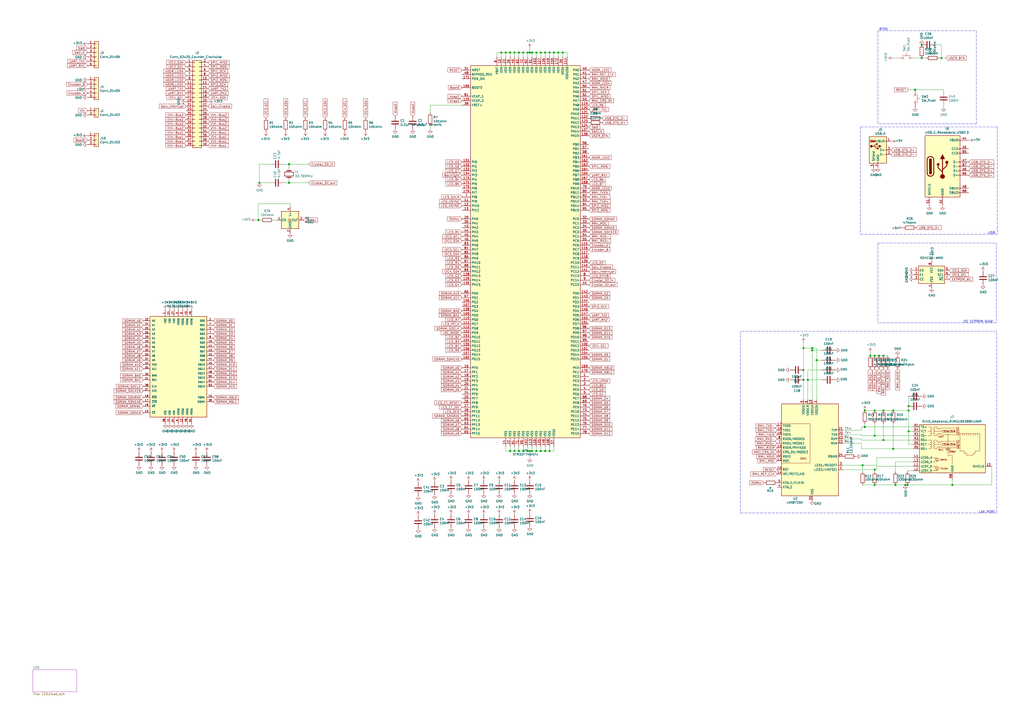
<source format=kicad_sch>
(kicad_sch (version 20210126) (generator eeschema)
  (paper "A2")
  (junction (at 149.86 127.635) (diameter 1.016))
  (junction (at 150.495 106.045) (diameter 1.016))
  (junction (at 167.64 95.25) (diameter 1.016))
  (junction (at 167.64 106.045) (diameter 1.016))
  (junction (at 290.83 30.48) (diameter 1.016))
  (junction (at 293.37 30.48) (diameter 1.016))
  (junction (at 295.91 30.48) (diameter 1.016))
  (junction (at 295.91 261.62) (diameter 1.016))
  (junction (at 298.45 30.48) (diameter 1.016))
  (junction (at 298.45 261.62) (diameter 1.016))
  (junction (at 300.99 30.48) (diameter 1.016))
  (junction (at 300.99 261.62) (diameter 1.016))
  (junction (at 303.53 30.48) (diameter 1.016))
  (junction (at 303.53 261.62) (diameter 1.016))
  (junction (at 306.07 30.48) (diameter 1.016))
  (junction (at 306.07 261.62) (diameter 1.016))
  (junction (at 307.34 30.48) (diameter 1.016))
  (junction (at 307.34 261.62) (diameter 1.016))
  (junction (at 308.61 30.48) (diameter 1.016))
  (junction (at 308.61 261.62) (diameter 1.016))
  (junction (at 311.15 30.48) (diameter 1.016))
  (junction (at 311.15 261.62) (diameter 1.016))
  (junction (at 313.69 30.48) (diameter 1.016))
  (junction (at 313.69 261.62) (diameter 1.016))
  (junction (at 316.23 30.48) (diameter 1.016))
  (junction (at 316.23 261.62) (diameter 1.016))
  (junction (at 318.77 30.48) (diameter 1.016))
  (junction (at 318.77 261.62) (diameter 1.016))
  (junction (at 321.31 30.48) (diameter 1.016))
  (junction (at 323.85 30.48) (diameter 1.016))
  (junction (at 326.39 30.48) (diameter 1.016))
  (junction (at 466.09 201.93) (diameter 1.016))
  (junction (at 466.09 214.63) (diameter 1.016))
  (junction (at 466.09 220.345) (diameter 1.016))
  (junction (at 468.63 220.345) (diameter 1.016))
  (junction (at 471.17 201.93) (diameter 1.016))
  (junction (at 471.17 203.2) (diameter 1.016))
  (junction (at 473.71 208.915) (diameter 1.016))
  (junction (at 500.38 269.875) (diameter 1.016))
  (junction (at 501.65 238.125) (diameter 1.016))
  (junction (at 501.65 247.65) (diameter 1.016))
  (junction (at 504.825 206.375) (diameter 1.016))
  (junction (at 507.365 206.375) (diameter 1.016))
  (junction (at 507.365 238.125) (diameter 1.016))
  (junction (at 507.365 252.73) (diameter 1.016))
  (junction (at 507.365 272.415) (diameter 1.016))
  (junction (at 507.365 281.305) (diameter 1.016))
  (junction (at 509.905 206.375) (diameter 1.016))
  (junction (at 512.445 206.375) (diameter 1.016))
  (junction (at 512.445 238.125) (diameter 1.016))
  (junction (at 512.445 255.27) (diameter 1.016))
  (junction (at 518.16 238.125) (diameter 1.016))
  (junction (at 518.16 260.35) (diameter 1.016))
  (junction (at 519.43 281.305) (diameter 1.016))
  (junction (at 525.145 281.305) (diameter 1.016))
  (junction (at 526.415 281.305) (diameter 1.016))
  (junction (at 527.05 235.585) (diameter 1.016))
  (junction (at 527.05 238.125) (diameter 1.016))
  (junction (at 527.05 250.19) (diameter 1.016))
  (junction (at 530.86 52.07) (diameter 1.016))
  (junction (at 534.67 26.035) (diameter 1.016))
  (junction (at 534.67 33.655) (diameter 1.016))
  (junction (at 546.1 33.655) (diameter 1.016))
  (junction (at 552.45 281.305) (diameter 1.016))
  (wire (pts (xy 148.59 127.635) (xy 149.86 127.635)))
  (wire (pts (xy 149.86 118.11) (xy 168.275 118.11)))
  (wire (pts (xy 149.86 127.635) (xy 149.86 118.11)))
  (wire (pts (xy 149.86 127.635) (xy 151.13 127.635)))
  (wire (pts (xy 150.495 95.25) (xy 156.845 95.25)))
  (wire (pts (xy 150.495 106.045) (xy 150.495 95.25)))
  (wire (pts (xy 150.495 106.045) (xy 156.845 106.045)))
  (wire (pts (xy 158.75 127.635) (xy 160.655 127.635)))
  (wire (pts (xy 164.465 95.25) (xy 167.64 95.25)))
  (wire (pts (xy 167.64 95.25) (xy 167.64 97.155)))
  (wire (pts (xy 167.64 95.25) (xy 179.07 95.25)))
  (wire (pts (xy 167.64 104.775) (xy 167.64 106.045)))
  (wire (pts (xy 167.64 106.045) (xy 164.465 106.045)))
  (wire (pts (xy 167.64 106.045) (xy 179.07 106.045)))
  (wire (pts (xy 168.275 118.11) (xy 168.275 120.015)))
  (wire (pts (xy 249.555 60.96) (xy 267.97 60.96)))
  (wire (pts (xy 249.555 65.405) (xy 249.555 60.96)))
  (wire (pts (xy 249.555 73.025) (xy 249.555 74.93)))
  (wire (pts (xy 288.29 30.48) (xy 288.29 33.02)))
  (wire (pts (xy 290.83 30.48) (xy 288.29 30.48)))
  (wire (pts (xy 290.83 30.48) (xy 293.37 30.48)))
  (wire (pts (xy 290.83 33.02) (xy 290.83 30.48)))
  (wire (pts (xy 293.37 30.48) (xy 293.37 33.02)))
  (wire (pts (xy 293.37 30.48) (xy 295.91 30.48)))
  (wire (pts (xy 293.37 261.62) (xy 293.37 259.08)))
  (wire (pts (xy 295.91 30.48) (xy 295.91 33.02)))
  (wire (pts (xy 295.91 30.48) (xy 298.45 30.48)))
  (wire (pts (xy 295.91 261.62) (xy 293.37 261.62)))
  (wire (pts (xy 295.91 261.62) (xy 295.91 259.08)))
  (wire (pts (xy 298.45 30.48) (xy 298.45 33.02)))
  (wire (pts (xy 298.45 30.48) (xy 300.99 30.48)))
  (wire (pts (xy 298.45 261.62) (xy 295.91 261.62)))
  (wire (pts (xy 298.45 261.62) (xy 298.45 259.08)))
  (wire (pts (xy 300.99 30.48) (xy 300.99 33.02)))
  (wire (pts (xy 300.99 30.48) (xy 303.53 30.48)))
  (wire (pts (xy 300.99 261.62) (xy 298.45 261.62)))
  (wire (pts (xy 300.99 261.62) (xy 300.99 259.08)))
  (wire (pts (xy 303.53 30.48) (xy 303.53 33.02)))
  (wire (pts (xy 303.53 30.48) (xy 306.07 30.48)))
  (wire (pts (xy 303.53 261.62) (xy 300.99 261.62)))
  (wire (pts (xy 303.53 261.62) (xy 303.53 259.08)))
  (wire (pts (xy 306.07 30.48) (xy 306.07 33.02)))
  (wire (pts (xy 306.07 30.48) (xy 307.34 30.48)))
  (wire (pts (xy 306.07 261.62) (xy 303.53 261.62)))
  (wire (pts (xy 306.07 261.62) (xy 306.07 259.08)))
  (wire (pts (xy 307.34 27.94) (xy 307.34 30.48)))
  (wire (pts (xy 307.34 30.48) (xy 308.61 30.48)))
  (wire (pts (xy 307.34 261.62) (xy 306.07 261.62)))
  (wire (pts (xy 307.34 261.62) (xy 307.34 265.684)))
  (wire (pts (xy 308.61 30.48) (xy 308.61 33.02)))
  (wire (pts (xy 308.61 30.48) (xy 311.15 30.48)))
  (wire (pts (xy 308.61 261.62) (xy 307.34 261.62)))
  (wire (pts (xy 308.61 261.62) (xy 308.61 259.08)))
  (wire (pts (xy 308.61 261.62) (xy 311.15 261.62)))
  (wire (pts (xy 311.15 30.48) (xy 311.15 33.02)))
  (wire (pts (xy 311.15 30.48) (xy 313.69 30.48)))
  (wire (pts (xy 311.15 261.62) (xy 311.15 259.08)))
  (wire (pts (xy 313.69 30.48) (xy 313.69 33.02)))
  (wire (pts (xy 313.69 30.48) (xy 316.23 30.48)))
  (wire (pts (xy 313.69 261.62) (xy 311.15 261.62)))
  (wire (pts (xy 313.69 261.62) (xy 313.69 259.08)))
  (wire (pts (xy 316.23 30.48) (xy 316.23 33.02)))
  (wire (pts (xy 316.23 30.48) (xy 318.77 30.48)))
  (wire (pts (xy 316.23 261.62) (xy 313.69 261.62)))
  (wire (pts (xy 316.23 261.62) (xy 316.23 259.08)))
  (wire (pts (xy 318.77 30.48) (xy 318.77 33.02)))
  (wire (pts (xy 318.77 30.48) (xy 321.31 30.48)))
  (wire (pts (xy 318.77 261.62) (xy 316.23 261.62)))
  (wire (pts (xy 318.77 261.62) (xy 318.77 259.08)))
  (wire (pts (xy 321.31 30.48) (xy 321.31 33.02)))
  (wire (pts (xy 321.31 30.48) (xy 323.85 30.48)))
  (wire (pts (xy 321.31 261.62) (xy 318.77 261.62)))
  (wire (pts (xy 321.31 261.62) (xy 321.31 259.08)))
  (wire (pts (xy 323.85 30.48) (xy 323.85 33.02)))
  (wire (pts (xy 323.85 30.48) (xy 326.39 30.48)))
  (wire (pts (xy 326.39 30.48) (xy 326.39 33.02)))
  (wire (pts (xy 328.93 30.48) (xy 326.39 30.48)))
  (wire (pts (xy 328.93 33.02) (xy 328.93 30.48)))
  (wire (pts (xy 466.09 198.755) (xy 466.09 201.93)))
  (wire (pts (xy 466.09 201.93) (xy 466.09 214.63)))
  (wire (pts (xy 466.09 214.63) (xy 466.09 220.345)))
  (wire (pts (xy 466.09 220.345) (xy 466.09 231.775)))
  (wire (pts (xy 468.63 214.63) (xy 476.885 214.63)))
  (wire (pts (xy 468.63 220.345) (xy 468.63 214.63)))
  (wire (pts (xy 468.63 220.345) (xy 476.885 220.345)))
  (wire (pts (xy 468.63 231.775) (xy 468.63 220.345)))
  (wire (pts (xy 471.17 201.93) (xy 466.09 201.93)))
  (wire (pts (xy 471.17 201.93) (xy 473.71 201.93)))
  (wire (pts (xy 471.17 203.2) (xy 471.17 201.93)))
  (wire (pts (xy 471.17 203.2) (xy 471.17 231.775)))
  (wire (pts (xy 471.17 203.2) (xy 476.885 203.2)))
  (wire (pts (xy 473.71 201.93) (xy 473.71 208.915)))
  (wire (pts (xy 473.71 208.915) (xy 473.71 231.775)))
  (wire (pts (xy 473.71 208.915) (xy 476.885 208.915)))
  (wire (pts (xy 488.95 249.555) (xy 499.745 249.555)))
  (wire (pts (xy 488.95 254.635) (xy 499.745 254.635)))
  (wire (pts (xy 488.95 269.875) (xy 500.38 269.875)))
  (wire (pts (xy 488.95 272.415) (xy 507.365 272.415)))
  (wire (pts (xy 499.745 247.65) (xy 501.65 247.65)))
  (wire (pts (xy 499.745 249.555) (xy 499.745 247.65)))
  (wire (pts (xy 499.745 252.095) (xy 488.95 252.095)))
  (wire (pts (xy 499.745 252.73) (xy 499.745 252.095)))
  (wire (pts (xy 499.745 254.635) (xy 499.745 255.27)))
  (wire (pts (xy 499.745 255.27) (xy 512.445 255.27)))
  (wire (pts (xy 499.745 257.175) (xy 488.95 257.175)))
  (wire (pts (xy 499.745 260.35) (xy 499.745 257.175)))
  (wire (pts (xy 500.38 269.875) (xy 500.38 273.685)))
  (wire (pts (xy 500.38 269.875) (xy 508.635 269.875)))
  (wire (pts (xy 500.38 281.305) (xy 507.365 281.305)))
  (wire (pts (xy 501.65 238.125) (xy 507.365 238.125)))
  (wire (pts (xy 501.65 245.745) (xy 501.65 247.65)))
  (wire (pts (xy 501.65 247.65) (xy 529.59 247.65)))
  (wire (pts (xy 504.825 206.375) (xy 504.825 204.47)))
  (wire (pts (xy 507.365 206.375) (xy 504.825 206.375)))
  (wire (pts (xy 507.365 238.125) (xy 512.445 238.125)))
  (wire (pts (xy 507.365 245.745) (xy 507.365 252.73)))
  (wire (pts (xy 507.365 252.73) (xy 499.745 252.73)))
  (wire (pts (xy 507.365 252.73) (xy 529.59 252.73)))
  (wire (pts (xy 507.365 272.415) (xy 507.365 273.685)))
  (wire (pts (xy 507.365 281.305) (xy 519.43 281.305)))
  (wire (pts (xy 508.635 265.43) (xy 529.59 265.43)))
  (wire (pts (xy 508.635 269.875) (xy 508.635 265.43)))
  (wire (pts (xy 508.635 270.51) (xy 508.635 272.415)))
  (wire (pts (xy 508.635 270.51) (xy 529.59 270.51)))
  (wire (pts (xy 508.635 272.415) (xy 507.365 272.415)))
  (wire (pts (xy 509.905 206.375) (xy 507.365 206.375)))
  (wire (pts (xy 509.905 206.375) (xy 512.445 206.375)))
  (wire (pts (xy 512.445 206.375) (xy 514.985 206.375)))
  (wire (pts (xy 512.445 238.125) (xy 518.16 238.125)))
  (wire (pts (xy 512.445 245.745) (xy 512.445 255.27)))
  (wire (pts (xy 512.445 255.27) (xy 529.59 255.27)))
  (wire (pts (xy 518.16 33.655) (xy 520.7 33.655)))
  (wire (pts (xy 518.16 238.125) (xy 527.05 238.125)))
  (wire (pts (xy 518.16 245.745) (xy 518.16 260.35)))
  (wire (pts (xy 518.16 260.35) (xy 499.745 260.35)))
  (wire (pts (xy 518.16 260.35) (xy 529.59 260.35)))
  (wire (pts (xy 519.43 267.97) (xy 519.43 273.685)))
  (wire (pts (xy 519.43 267.97) (xy 529.59 267.97)))
  (wire (pts (xy 525.145 281.305) (xy 519.43 281.305)))
  (wire (pts (xy 526.415 273.05) (xy 529.59 273.05)))
  (wire (pts (xy 526.415 273.685) (xy 526.415 273.05)))
  (wire (pts (xy 526.415 281.305) (xy 525.145 281.305)))
  (wire (pts (xy 527.05 229.87) (xy 527.05 235.585)))
  (wire (pts (xy 527.05 235.585) (xy 527.05 238.125)))
  (wire (pts (xy 527.05 238.125) (xy 527.05 250.19)))
  (wire (pts (xy 527.05 250.19) (xy 529.59 250.19)))
  (wire (pts (xy 527.05 257.81) (xy 527.05 250.19)))
  (wire (pts (xy 527.05 257.81) (xy 529.59 257.81)))
  (wire (pts (xy 530.86 33.655) (xy 534.67 33.655)))
  (wire (pts (xy 530.86 52.07) (xy 527.05 52.07)))
  (wire (pts (xy 534.67 33.655) (xy 537.21 33.655)))
  (wire (pts (xy 542.29 26.035) (xy 546.1 26.035)))
  (wire (pts (xy 544.83 33.655) (xy 546.1 33.655)))
  (wire (pts (xy 546.1 26.035) (xy 546.1 33.655)))
  (wire (pts (xy 546.1 33.655) (xy 548.64 33.655)))
  (wire (pts (xy 547.37 52.07) (xy 530.86 52.07)))
  (wire (pts (xy 547.37 53.34) (xy 547.37 52.07)))
  (wire (pts (xy 547.37 60.96) (xy 547.37 62.23)))
  (wire (pts (xy 552.45 278.13) (xy 552.45 281.305)))
  (wire (pts (xy 552.45 281.305) (xy 526.415 281.305)))
  (wire (pts (xy 575.31 270.51) (xy 575.31 281.305)))
  (wire (pts (xy 575.31 281.305) (xy 552.45 281.305)))
  (polyline (pts (xy 429.514 192.151) (xy 429.514 297.561)) (stroke (width 0) (type dash)))
  (polyline (pts (xy 429.514 297.561) (xy 578.104 297.561)) (stroke (width 0) (type dash)))
  (polyline (pts (xy 499.11 73.66) (xy 499.11 135.89)) (stroke (width 0) (type dash)))
  (polyline (pts (xy 499.11 73.66) (xy 578.485 73.66)) (stroke (width 0) (type dash)))
  (polyline (pts (xy 509.27 17.78) (xy 566.42 17.78)) (stroke (width 0) (type dash)))
  (polyline (pts (xy 509.27 71.755) (xy 509.27 17.78)) (stroke (width 0) (type dash)))
  (polyline (pts (xy 509.27 140.97) (xy 509.27 187.325)) (stroke (width 0) (type dash)))
  (polyline (pts (xy 509.27 140.97) (xy 577.85 140.97)) (stroke (width 0) (type dash)))
  (polyline (pts (xy 566.42 17.78) (xy 566.42 71.755)) (stroke (width 0) (type dash)))
  (polyline (pts (xy 566.42 71.755) (xy 509.27 71.755)) (stroke (width 0) (type dash)))
  (polyline (pts (xy 577.85 140.97) (xy 577.85 187.325)) (stroke (width 0) (type dash)))
  (polyline (pts (xy 577.85 187.325) (xy 509.27 187.325)) (stroke (width 0) (type dash)))
  (polyline (pts (xy 578.104 192.151) (xy 429.514 192.151)) (stroke (width 0) (type dash)))
  (polyline (pts (xy 578.104 297.561) (xy 578.104 192.151)) (stroke (width 0) (type dash)))
  (polyline (pts (xy 578.485 73.66) (xy 578.485 135.89)) (stroke (width 0) (type dash)))
  (polyline (pts (xy 578.485 135.89) (xy 499.11 135.89)) (stroke (width 0) (type dash)))
  (text "BTNS\n" (at 514.985 17.78 180) (effects (font (size 1.27 1.27)) (justify right bottom)))
  (text "I2C EEPROM 0xA0\n" (at 575.945 187.325 180) (effects (font (size 1.27 1.27)) (justify right bottom)))
  (text "USB\n" (at 577.215 135.89 180) (effects (font (size 1.27 1.27)) (justify right bottom)))
  (text "LAN PORT" (at 577.215 297.815 180) (effects (font (size 1.27 1.27)) (justify right bottom)))
  (label "TX+" (at 494.03 249.555 180))
  (label "TX-" (at 494.03 252.095 180))
  (label "RX+" (at 494.03 254.635 180))
  (label "RX-" (at 494.03 257.175 180))
  (global_label "SWD" (shape input) (at 50.8 27.94 180) (property "Intersheet References" "${INTERSHEET_REFS}" (effects hide)))
  (global_label "SWCLK" (shape input) (at 50.8 30.48 180) (property "Intersheet References" "${INTERSHEET_REFS}" (effects hide)))
  (global_label "UART_TX1" (shape input) (at 50.8 35.56 180) (property "Intersheet References" "${INTERSHEET_REFS}" (effects hide)))
  (global_label "UART_RX1" (shape input) (at 50.8 38.1 180) (property "Intersheet References" "${INTERSHEET_REFS}" (effects hide)))
  (global_label "Encoder_B" (shape input) (at 50.8 48.895 180) (property "Intersheet References" "${INTERSHEET_REFS}" (effects hide)))
  (global_label "Encoder_A" (shape input) (at 50.8 53.975 180) (property "Intersheet References" "${INTERSHEET_REFS}" (effects hide)))
  (global_label "Vin" (shape input) (at 50.8 64.135 180) (property "Intersheet References" "${INTERSHEET_REFS}" (effects hide)))
  (global_label "Boot0" (shape input) (at 50.8 81.28 180) (property "Intersheet References" "${INTERSHEET_REFS}" (effects hide)))
  (global_label "SDRAM_A0" (shape input) (at 83.185 186.055 180) (property "Intersheet References" "${INTERSHEET_REFS}" (effects hide)))
  (global_label "SDRAM_A1" (shape input) (at 83.185 188.595 180) (property "Intersheet References" "${INTERSHEET_REFS}" (effects hide)))
  (global_label "SDRAM_A2" (shape input) (at 83.185 191.135 180) (property "Intersheet References" "${INTERSHEET_REFS}" (effects hide)))
  (global_label "SDRAM_A3" (shape input) (at 83.185 193.675 180) (property "Intersheet References" "${INTERSHEET_REFS}" (effects hide)))
  (global_label "SDRAM_A4" (shape input) (at 83.185 196.215 180) (property "Intersheet References" "${INTERSHEET_REFS}" (effects hide)))
  (global_label "SDRAM_A5" (shape input) (at 83.185 198.755 180) (property "Intersheet References" "${INTERSHEET_REFS}" (effects hide)))
  (global_label "SDRAM_A6" (shape input) (at 83.185 201.295 180) (property "Intersheet References" "${INTERSHEET_REFS}" (effects hide)))
  (global_label "SDRAM_A7" (shape input) (at 83.185 203.835 180) (property "Intersheet References" "${INTERSHEET_REFS}" (effects hide)))
  (global_label "SDRAM_A8" (shape input) (at 83.185 206.375 180) (property "Intersheet References" "${INTERSHEET_REFS}" (effects hide)))
  (global_label "SDRAM_A9" (shape input) (at 83.185 208.915 180) (property "Intersheet References" "${INTERSHEET_REFS}" (effects hide)))
  (global_label "SDRAM_A10" (shape input) (at 83.185 211.455 180) (property "Intersheet References" "${INTERSHEET_REFS}" (effects hide)))
  (global_label "SDRAM_A11" (shape input) (at 83.185 213.995 180) (property "Intersheet References" "${INTERSHEET_REFS}" (effects hide)))
  (global_label "SDRAM_BA0" (shape input) (at 83.185 217.805 180) (property "Intersheet References" "${INTERSHEET_REFS}" (effects hide)))
  (global_label "SDRAM_BA1" (shape input) (at 83.185 220.345 180) (property "Intersheet References" "${INTERSHEET_REFS}" (effects hide)))
  (global_label "SDRAM_SDCLK" (shape input) (at 83.185 224.155 180) (property "Intersheet References" "${INTERSHEET_REFS}" (effects hide)))
  (global_label "SDRAM_SDCKE0" (shape input) (at 83.185 226.695 180) (property "Intersheet References" "${INTERSHEET_REFS}" (effects hide)))
  (global_label "SDRAM_SDNRAS" (shape input) (at 83.185 230.505 180) (property "Intersheet References" "${INTERSHEET_REFS}" (effects hide)))
  (global_label "SDRAM_SDNCAS" (shape input) (at 83.185 233.045 180) (property "Intersheet References" "${INTERSHEET_REFS}" (effects hide)))
  (global_label "SDRAM_SDNWE" (shape input) (at 83.185 235.585 180) (property "Intersheet References" "${INTERSHEET_REFS}" (effects hide)))
  (global_label "SDRAM_SDNE0" (shape input) (at 83.185 239.395 180) (property "Intersheet References" "${INTERSHEET_REFS}" (effects hide)))
  (global_label "I2C2_SDA" (shape input) (at 107.95 36.195 180) (property "Intersheet References" "${INTERSHEET_REFS}" (effects hide)))
  (global_label "I2C2_SCL" (shape input) (at 107.95 38.735 180) (property "Intersheet References" "${INTERSHEET_REFS}" (effects hide)))
  (global_label "ADDR_LED4" (shape input) (at 107.95 41.275 180) (property "Intersheet References" "${INTERSHEET_REFS}" (effects hide)))
  (global_label "ADDR_LED3" (shape input) (at 107.95 43.815 180) (property "Intersheet References" "${INTERSHEET_REFS}" (effects hide)))
  (global_label "ADDR_LED2" (shape input) (at 107.95 46.355 180) (property "Intersheet References" "${INTERSHEET_REFS}" (effects hide)))
  (global_label "ADDR_LED1" (shape input) (at 107.95 48.895 180) (property "Intersheet References" "${INTERSHEET_REFS}" (effects hide)))
  (global_label "UART_TX1" (shape input) (at 107.95 51.435 180) (property "Intersheet References" "${INTERSHEET_REFS}" (effects hide)))
  (global_label "UART_RX1" (shape input) (at 107.95 53.975 180) (property "Intersheet References" "${INTERSHEET_REFS}" (effects hide)))
  (global_label "I2C4_SCL" (shape input) (at 107.95 56.515 180) (property "Intersheet References" "${INTERSHEET_REFS}" (effects hide)))
  (global_label "Galv_Interrupt" (shape input) (at 107.95 61.595 180) (property "Intersheet References" "${INTERSHEET_REFS}" (effects hide)))
  (global_label "Virt-Bus2" (shape input) (at 107.95 66.675 180) (property "Intersheet References" "${INTERSHEET_REFS}" (effects hide)))
  (global_label "Virt-Bus2" (shape input) (at 107.95 69.215 180) (property "Intersheet References" "${INTERSHEET_REFS}" (effects hide)))
  (global_label "Virt-Bus2" (shape input) (at 107.95 71.755 180) (property "Intersheet References" "${INTERSHEET_REFS}" (effects hide)))
  (global_label "Virt-Bus2" (shape input) (at 107.95 74.295 180) (property "Intersheet References" "${INTERSHEET_REFS}" (effects hide)))
  (global_label "Virt-Bus1" (shape input) (at 107.95 76.835 180) (property "Intersheet References" "${INTERSHEET_REFS}" (effects hide)))
  (global_label "Virt-Bus1" (shape input) (at 107.95 79.375 180) (property "Intersheet References" "${INTERSHEET_REFS}" (effects hide)))
  (global_label "Virt-Bus1" (shape input) (at 107.95 81.915 180) (property "Intersheet References" "${INTERSHEET_REFS}" (effects hide)))
  (global_label "Virt-Bus1" (shape input) (at 107.95 84.455 180) (property "Intersheet References" "${INTERSHEET_REFS}" (effects hide)))
  (global_label "SPI1_MISO" (shape input) (at 120.65 36.195 0) (property "Intersheet References" "${INTERSHEET_REFS}" (effects hide)))
  (global_label "SPI1_MOSI" (shape input) (at 120.65 38.735 0) (property "Intersheet References" "${INTERSHEET_REFS}" (effects hide)))
  (global_label "SPI1_SCK" (shape input) (at 120.65 41.275 0) (property "Intersheet References" "${INTERSHEET_REFS}" (effects hide)))
  (global_label "SPI2_MISO" (shape input) (at 120.65 43.815 0) (property "Intersheet References" "${INTERSHEET_REFS}" (effects hide)))
  (global_label "SPI2_MOSI" (shape input) (at 120.65 46.355 0) (property "Intersheet References" "${INTERSHEET_REFS}" (effects hide)))
  (global_label "SPI2_SCK" (shape input) (at 120.65 48.895 0) (property "Intersheet References" "${INTERSHEET_REFS}" (effects hide)))
  (global_label "UART_TX2" (shape input) (at 120.65 51.435 0) (property "Intersheet References" "${INTERSHEET_REFS}" (effects hide)))
  (global_label "UART_RX2" (shape input) (at 120.65 53.975 0) (property "Intersheet References" "${INTERSHEET_REFS}" (effects hide)))
  (global_label "I2C4_SDA" (shape input) (at 120.65 56.515 0) (property "Intersheet References" "${INTERSHEET_REFS}" (effects hide)))
  (global_label "Galv_Enable" (shape input) (at 120.65 61.595 0) (property "Intersheet References" "${INTERSHEET_REFS}" (effects hide)))
  (global_label "Virt-Bus2" (shape input) (at 120.65 66.675 0) (property "Intersheet References" "${INTERSHEET_REFS}" (effects hide)))
  (global_label "Virt-Bus2" (shape input) (at 120.65 69.215 0) (property "Intersheet References" "${INTERSHEET_REFS}" (effects hide)))
  (global_label "Virt-Bus2" (shape input) (at 120.65 71.755 0) (property "Intersheet References" "${INTERSHEET_REFS}" (effects hide)))
  (global_label "Virt-Bus2" (shape input) (at 120.65 74.295 0) (property "Intersheet References" "${INTERSHEET_REFS}" (effects hide)))
  (global_label "Virt-Bus1" (shape input) (at 120.65 76.835 0) (property "Intersheet References" "${INTERSHEET_REFS}" (effects hide)))
  (global_label "Virt-Bus1" (shape input) (at 120.65 79.375 0) (property "Intersheet References" "${INTERSHEET_REFS}" (effects hide)))
  (global_label "Virt-Bus1" (shape input) (at 120.65 81.915 0) (property "Intersheet References" "${INTERSHEET_REFS}" (effects hide)))
  (global_label "Virt-Bus1" (shape input) (at 120.65 84.455 0) (property "Intersheet References" "${INTERSHEET_REFS}" (effects hide)))
  (global_label "SDRAM_D0" (shape input) (at 123.825 186.055 0) (property "Intersheet References" "${INTERSHEET_REFS}" (effects hide)))
  (global_label "SDRAM_D1" (shape input) (at 123.825 188.595 0) (property "Intersheet References" "${INTERSHEET_REFS}" (effects hide)))
  (global_label "SDRAM_D2" (shape input) (at 123.825 191.135 0) (property "Intersheet References" "${INTERSHEET_REFS}" (effects hide)))
  (global_label "SDRAM_D3" (shape input) (at 123.825 193.675 0) (property "Intersheet References" "${INTERSHEET_REFS}" (effects hide)))
  (global_label "SDRAM_D4" (shape input) (at 123.825 196.215 0) (property "Intersheet References" "${INTERSHEET_REFS}" (effects hide)))
  (global_label "SDRAM_D5" (shape input) (at 123.825 198.755 0) (property "Intersheet References" "${INTERSHEET_REFS}" (effects hide)))
  (global_label "SDRAM_D6" (shape input) (at 123.825 201.295 0) (property "Intersheet References" "${INTERSHEET_REFS}" (effects hide)))
  (global_label "SDRAM_D7" (shape input) (at 123.825 203.835 0) (property "Intersheet References" "${INTERSHEET_REFS}" (effects hide)))
  (global_label "SDRAM_D8" (shape input) (at 123.825 206.375 0) (property "Intersheet References" "${INTERSHEET_REFS}" (effects hide)))
  (global_label "SDRAM_D9" (shape input) (at 123.825 208.915 0) (property "Intersheet References" "${INTERSHEET_REFS}" (effects hide)))
  (global_label "SDRAM_D10" (shape input) (at 123.825 211.455 0) (property "Intersheet References" "${INTERSHEET_REFS}" (effects hide)))
  (global_label "SDRAM_D11" (shape input) (at 123.825 213.995 0) (property "Intersheet References" "${INTERSHEET_REFS}" (effects hide)))
  (global_label "SDRAM_D12" (shape input) (at 123.825 216.535 0) (property "Intersheet References" "${INTERSHEET_REFS}" (effects hide)))
  (global_label "SDRAM_D13" (shape input) (at 123.825 219.075 0) (property "Intersheet References" "${INTERSHEET_REFS}" (effects hide)))
  (global_label "SDRAM_D14" (shape input) (at 123.825 221.615 0) (property "Intersheet References" "${INTERSHEET_REFS}" (effects hide)))
  (global_label "SDRAM_D15" (shape input) (at 123.825 224.155 0) (property "Intersheet References" "${INTERSHEET_REFS}" (effects hide)))
  (global_label "SDRAM_NBL0" (shape input) (at 123.825 230.505 0) (property "Intersheet References" "${INTERSHEET_REFS}" (effects hide)))
  (global_label "SDRAM_NBL1" (shape input) (at 123.825 233.045 0) (property "Intersheet References" "${INTERSHEET_REFS}" (effects hide)))
  (global_label "I2C3_SCL" (shape input) (at 154.305 68.58 90) (property "Intersheet References" "${INTERSHEET_REFS}" (effects hide)))
  (global_label "I2C3_SDA" (shape input) (at 165.735 68.58 90) (property "Intersheet References" "${INTERSHEET_REFS}" (effects hide)))
  (global_label "25Mhz" (shape input) (at 175.895 127.635 0) (property "Intersheet References" "${INTERSHEET_REFS}" (effects hide)))
  (global_label "I2C2_SCL" (shape input) (at 177.165 68.58 90) (property "Intersheet References" "${INTERSHEET_REFS}" (effects hide)))
  (global_label "Crystal_32_in" (shape input) (at 179.07 95.25 0) (property "Intersheet References" "${INTERSHEET_REFS}" (effects hide)))
  (global_label "Crystal_32_out" (shape input) (at 179.07 106.045 0) (property "Intersheet References" "${INTERSHEET_REFS}" (effects hide)))
  (global_label "I2C2_SDA" (shape input) (at 188.595 68.58 90) (property "Intersheet References" "${INTERSHEET_REFS}" (effects hide)))
  (global_label "I2C4_SCL" (shape input) (at 200.025 68.58 90) (property "Intersheet References" "${INTERSHEET_REFS}" (effects hide)))
  (global_label "I2C4_SDA" (shape input) (at 212.09 68.58 90) (property "Intersheet References" "${INTERSHEET_REFS}" (effects hide)))
  (global_label "Vcap2" (shape input) (at 229.235 67.31 90) (property "Intersheet References" "${INTERSHEET_REFS}" (effects hide)))
  (global_label "Vcap1" (shape input) (at 239.395 67.31 90) (property "Intersheet References" "${INTERSHEET_REFS}" (effects hide)))
  (global_label "RESET" (shape input) (at 267.97 40.64 180) (property "Intersheet References" "${INTERSHEET_REFS}" (effects hide)))
  (global_label "Boot0" (shape input) (at 267.97 50.8 180) (property "Intersheet References" "${INTERSHEET_REFS}" (effects hide)))
  (global_label "Vcap1" (shape input) (at 267.97 55.88 180) (property "Intersheet References" "${INTERSHEET_REFS}" (effects hide)))
  (global_label "Vcap2" (shape input) (at 267.97 58.42 180) (property "Intersheet References" "${INTERSHEET_REFS}" (effects hide)))
  (global_label "LCD_G5" (shape input) (at 267.97 93.98 180) (property "Intersheet References" "${INTERSHEET_REFS}" (effects hide)))
  (global_label "LCD_G6" (shape input) (at 267.97 96.52 180) (property "Intersheet References" "${INTERSHEET_REFS}" (effects hide)))
  (global_label "LCD_G7" (shape input) (at 267.97 99.06 180) (property "Intersheet References" "${INTERSHEET_REFS}" (effects hide)))
  (global_label "Backlight" (shape input) (at 267.97 101.6 180) (property "Intersheet References" "${INTERSHEET_REFS}" (effects hide)))
  (global_label "LCD_B4" (shape input) (at 267.97 104.14 180) (property "Intersheet References" "${INTERSHEET_REFS}" (effects hide)))
  (global_label "LCD_B5" (shape input) (at 267.97 106.68 180) (property "Intersheet References" "${INTERSHEET_REFS}" (effects hide)))
  (global_label "LCD_SHLR" (shape input) (at 267.97 114.3 180) (property "Intersheet References" "${INTERSHEET_REFS}" (effects hide)))
  (global_label "LCD_VSYNC" (shape input) (at 267.97 116.84 180) (property "Intersheet References" "${INTERSHEET_REFS}" (effects hide)))
  (global_label "LCD_HSYNC" (shape input) (at 267.97 119.38 180) (property "Intersheet References" "${INTERSHEET_REFS}" (effects hide)))
  (global_label "25Mhz" (shape input) (at 267.97 127 180) (property "Intersheet References" "${INTERSHEET_REFS}" (effects hide)))
  (global_label "LCD_R1" (shape input) (at 267.97 134.62 180) (property "Intersheet References" "${INTERSHEET_REFS}" (effects hide)))
  (global_label "I2C2_SCL" (shape input) (at 267.97 137.16 180) (property "Intersheet References" "${INTERSHEET_REFS}" (effects hide)))
  (global_label "I2C2_SDA" (shape input) (at 267.97 139.7 180) (property "Intersheet References" "${INTERSHEET_REFS}" (effects hide)))
  (global_label "I2C3_SCL" (shape input) (at 267.97 144.78 180) (property "Intersheet References" "${INTERSHEET_REFS}" (effects hide)))
  (global_label "I2C3_SDA" (shape input) (at 267.97 147.32 180) (property "Intersheet References" "${INTERSHEET_REFS}" (effects hide)))
  (global_label "LCD_R3" (shape input) (at 267.97 149.86 180) (property "Intersheet References" "${INTERSHEET_REFS}" (effects hide)))
  (global_label "LCD_R4" (shape input) (at 267.97 152.4 180) (property "Intersheet References" "${INTERSHEET_REFS}" (effects hide)))
  (global_label "LCD_R5" (shape input) (at 267.97 154.94 180) (property "Intersheet References" "${INTERSHEET_REFS}" (effects hide)))
  (global_label "I2C4_SDA" (shape input) (at 267.97 157.48 180) (property "Intersheet References" "${INTERSHEET_REFS}" (effects hide)))
  (global_label "LCD_G2" (shape input) (at 267.97 160.02 180) (property "Intersheet References" "${INTERSHEET_REFS}" (effects hide)))
  (global_label "LCD_G3" (shape input) (at 267.97 162.56 180) (property "Intersheet References" "${INTERSHEET_REFS}" (effects hide)))
  (global_label "LCD_G4" (shape input) (at 267.97 165.1 180) (property "Intersheet References" "${INTERSHEET_REFS}" (effects hide)))
  (global_label "SDRAM_A10" (shape input) (at 267.97 170.18 180) (property "Intersheet References" "${INTERSHEET_REFS}" (effects hide)))
  (global_label "SDRAM_A11" (shape input) (at 267.97 172.72 180) (property "Intersheet References" "${INTERSHEET_REFS}" (effects hide)))
  (global_label "SDRAM_BA0" (shape input) (at 267.97 180.34 180) (property "Intersheet References" "${INTERSHEET_REFS}" (effects hide)))
  (global_label "SDRAM_BA1" (shape input) (at 267.97 182.88 180) (property "Intersheet References" "${INTERSHEET_REFS}" (effects hide)))
  (global_label "LCD_R7" (shape input) (at 267.97 185.42 180) (property "Intersheet References" "${INTERSHEET_REFS}" (effects hide)))
  (global_label "LCD_PCLK" (shape input) (at 267.97 187.96 180) (property "Intersheet References" "${INTERSHEET_REFS}" (effects hide)))
  (global_label "SDRAM_SDCLK" (shape input) (at 267.97 190.5 180) (property "Intersheet References" "${INTERSHEET_REFS}" (effects hide)))
  (global_label "LDC_MODE" (shape input) (at 267.97 193.04 180) (property "Intersheet References" "${INTERSHEET_REFS}" (effects hide)))
  (global_label "LCD_B2" (shape input) (at 267.97 195.58 180) (property "Intersheet References" "${INTERSHEET_REFS}" (effects hide)))
  (global_label "LCD_B3" (shape input) (at 267.97 198.12 180) (property "Intersheet References" "${INTERSHEET_REFS}" (effects hide)))
  (global_label "LCD_B1" (shape input) (at 267.97 200.66 180) (property "Intersheet References" "${INTERSHEET_REFS}" (effects hide)))
  (global_label "LCD_R0" (shape input) (at 267.97 203.2 180) (property "Intersheet References" "${INTERSHEET_REFS}" (effects hide)))
  (global_label "SDRAM_SDNCAS" (shape input) (at 267.97 208.28 180) (property "Intersheet References" "${INTERSHEET_REFS}" (effects hide)))
  (global_label "SDRAM_A0" (shape input) (at 267.97 213.36 180) (property "Intersheet References" "${INTERSHEET_REFS}" (effects hide)))
  (global_label "SDRAM_A1" (shape input) (at 267.97 215.9 180) (property "Intersheet References" "${INTERSHEET_REFS}" (effects hide)))
  (global_label "SDRAM_A2" (shape input) (at 267.97 218.44 180) (property "Intersheet References" "${INTERSHEET_REFS}" (effects hide)))
  (global_label "SDRAM_A3" (shape input) (at 267.97 220.98 180) (property "Intersheet References" "${INTERSHEET_REFS}" (effects hide)))
  (global_label "SDRAM_A4" (shape input) (at 267.97 223.52 180) (property "Intersheet References" "${INTERSHEET_REFS}" (effects hide)))
  (global_label "SDRAM_A5" (shape input) (at 267.97 226.06 180) (property "Intersheet References" "${INTERSHEET_REFS}" (effects hide)))
  (global_label "LCD_CT_RESET" (shape input) (at 267.97 233.68 180) (property "Intersheet References" "${INTERSHEET_REFS}" (effects hide)))
  (global_label "LCD_CT_INT" (shape input) (at 267.97 236.22 180) (property "Intersheet References" "${INTERSHEET_REFS}" (effects hide)))
  (global_label "LCD_DEN" (shape input) (at 267.97 238.76 180) (property "Intersheet References" "${INTERSHEET_REFS}" (effects hide)))
  (global_label "SDRAM_SDNRAS" (shape input) (at 267.97 241.3 180) (property "Intersheet References" "${INTERSHEET_REFS}" (effects hide)))
  (global_label "SDRAM_A6" (shape input) (at 267.97 243.84 180) (property "Intersheet References" "${INTERSHEET_REFS}" (effects hide)))
  (global_label "SDRAM_A7" (shape input) (at 267.97 246.38 180) (property "Intersheet References" "${INTERSHEET_REFS}" (effects hide)))
  (global_label "SDRAM_A8" (shape input) (at 267.97 248.92 180) (property "Intersheet References" "${INTERSHEET_REFS}" (effects hide)))
  (global_label "SDRAM_A9" (shape input) (at 267.97 251.46 180) (property "Intersheet References" "${INTERSHEET_REFS}" (effects hide)))
  (global_label "ADDR_LED1" (shape input) (at 341.63 40.64 0) (property "Intersheet References" "${INTERSHEET_REFS}" (effects hide)))
  (global_label "RMII_REF_CLK" (shape input) (at 341.63 43.18 0) (property "Intersheet References" "${INTERSHEET_REFS}" (effects hide)))
  (global_label "RMII_MDIO" (shape input) (at 341.63 45.72 0) (property "Intersheet References" "${INTERSHEET_REFS}" (effects hide)))
  (global_label "ADDR_LED4" (shape input) (at 341.63 48.26 0) (property "Intersheet References" "${INTERSHEET_REFS}" (effects hide)))
  (global_label "RMII_RXER" (shape input) (at 341.63 50.8 0) (property "Intersheet References" "${INTERSHEET_REFS}" (effects hide)))
  (global_label "SPI1_SCK" (shape input) (at 341.63 53.34 0) (property "Intersheet References" "${INTERSHEET_REFS}" (effects hide)))
  (global_label "SPI1_MISO" (shape input) (at 341.63 55.88 0) (property "Intersheet References" "${INTERSHEET_REFS}" (effects hide)))
  (global_label "RMII_CRS_DV" (shape input) (at 341.63 58.42 0) (property "Intersheet References" "${INTERSHEET_REFS}" (effects hide)))
  (global_label "LCD_R6" (shape input) (at 341.63 60.96 0) (property "Intersheet References" "${INTERSHEET_REFS}" (effects hide)))
  (global_label "UART_TX1" (shape input) (at 341.63 63.5 0) (property "Intersheet References" "${INTERSHEET_REFS}" (effects hide)))
  (global_label "SWD" (shape input) (at 341.63 73.66 0) (property "Intersheet References" "${INTERSHEET_REFS}" (effects hide)))
  (global_label "SWCLK" (shape input) (at 341.63 76.2 0) (property "Intersheet References" "${INTERSHEET_REFS}" (effects hide)))
  (global_label "USER_BTN" (shape input) (at 341.63 78.74 0) (property "Intersheet References" "${INTERSHEET_REFS}" (effects hide)))
  (global_label "ADDR_LED2" (shape input) (at 341.63 91.44 0) (property "Intersheet References" "${INTERSHEET_REFS}" (effects hide)))
  (global_label "SPI1_MOSI" (shape input) (at 341.63 96.52 0) (property "Intersheet References" "${INTERSHEET_REFS}" (effects hide)))
  (global_label "UART_RX1" (shape input) (at 341.63 101.6 0) (property "Intersheet References" "${INTERSHEET_REFS}" (effects hide)))
  (global_label "LCD_B6" (shape input) (at 341.63 104.14 0) (property "Intersheet References" "${INTERSHEET_REFS}" (effects hide)))
  (global_label "LCD_B7" (shape input) (at 341.63 106.68 0) (property "Intersheet References" "${INTERSHEET_REFS}" (effects hide)))
  (global_label "ADDR_LED3" (shape input) (at 341.63 109.22 0) (property "Intersheet References" "${INTERSHEET_REFS}" (effects hide)))
  (global_label "RMII_TXEN" (shape input) (at 341.63 111.76 0) (property "Intersheet References" "${INTERSHEET_REFS}" (effects hide)))
  (global_label "RMII_TXD-" (shape input) (at 341.63 114.3 0) (property "Intersheet References" "${INTERSHEET_REFS}" (effects hide)))
  (global_label "RMII_TXD+" (shape input) (at 341.63 116.84 0) (property "Intersheet References" "${INTERSHEET_REFS}" (effects hide)))
  (global_label "SPI2_MISO" (shape input) (at 341.63 119.38 0) (property "Intersheet References" "${INTERSHEET_REFS}" (effects hide)))
  (global_label "SPI2_MOSI" (shape input) (at 341.63 121.92 0) (property "Intersheet References" "${INTERSHEET_REFS}" (effects hide)))
  (global_label "SDRAM_SDNWE" (shape input) (at 341.63 127 0) (property "Intersheet References" "${INTERSHEET_REFS}" (effects hide)))
  (global_label "RMII_MDC" (shape input) (at 341.63 129.54 0) (property "Intersheet References" "${INTERSHEET_REFS}" (effects hide)))
  (global_label "SDRAM_SDNE0" (shape input) (at 341.63 132.08 0) (property "Intersheet References" "${INTERSHEET_REFS}" (effects hide)))
  (global_label "SDRAM_SDCKE0" (shape input) (at 341.63 134.62 0) (property "Intersheet References" "${INTERSHEET_REFS}" (effects hide)))
  (global_label "RMII_RXD-" (shape input) (at 341.63 137.16 0) (property "Intersheet References" "${INTERSHEET_REFS}" (effects hide)))
  (global_label "RMII_RXD+" (shape input) (at 341.63 139.7 0) (property "Intersheet References" "${INTERSHEET_REFS}" (effects hide)))
  (global_label "Encoder_A" (shape input) (at 341.63 142.24 0) (property "Intersheet References" "${INTERSHEET_REFS}" (effects hide)))
  (global_label "Encoder_B" (shape input) (at 341.63 144.78 0) (property "Intersheet References" "${INTERSHEET_REFS}" (effects hide)))
  (global_label "LCD_R2" (shape input) (at 341.63 152.4 0) (property "Intersheet References" "${INTERSHEET_REFS}" (effects hide)))
  (global_label "Galv_Enable" (shape input) (at 341.63 154.94 0) (property "Intersheet References" "${INTERSHEET_REFS}" (effects hide)))
  (global_label "Galv_Interrupt" (shape input) (at 341.63 157.48 0) (property "Intersheet References" "${INTERSHEET_REFS}" (effects hide)))
  (global_label "LCD_DITHB" (shape input) (at 341.63 160.02 0) (property "Intersheet References" "${INTERSHEET_REFS}" (effects hide)))
  (global_label "Crystal_32_in" (shape input) (at 341.63 162.56 0) (property "Intersheet References" "${INTERSHEET_REFS}" (effects hide)))
  (global_label "Crystal_32_out" (shape input) (at 341.63 165.1 0) (property "Intersheet References" "${INTERSHEET_REFS}" (effects hide)))
  (global_label "SDRAM_D2" (shape input) (at 341.63 170.18 0) (property "Intersheet References" "${INTERSHEET_REFS}" (effects hide)))
  (global_label "SDRAM_D3" (shape input) (at 341.63 172.72 0) (property "Intersheet References" "${INTERSHEET_REFS}" (effects hide)))
  (global_label "SPI2_SCK" (shape input) (at 341.63 177.8 0) (property "Intersheet References" "${INTERSHEET_REFS}" (effects hide)))
  (global_label "UART_TX2" (shape input) (at 341.63 182.88 0) (property "Intersheet References" "${INTERSHEET_REFS}" (effects hide)))
  (global_label "UART_RX2" (shape input) (at 341.63 185.42 0) (property "Intersheet References" "${INTERSHEET_REFS}" (effects hide)))
  (global_label "SDRAM_D13" (shape input) (at 341.63 190.5 0) (property "Intersheet References" "${INTERSHEET_REFS}" (effects hide)))
  (global_label "SDRAM_D14" (shape input) (at 341.63 193.04 0) (property "Intersheet References" "${INTERSHEET_REFS}" (effects hide)))
  (global_label "SDRAM_D15" (shape input) (at 341.63 195.58 0) (property "Intersheet References" "${INTERSHEET_REFS}" (effects hide)))
  (global_label "I2C4_SCL" (shape input) (at 341.63 200.66 0) (property "Intersheet References" "${INTERSHEET_REFS}" (effects hide)))
  (global_label "SDRAM_D0" (shape input) (at 341.63 205.74 0) (property "Intersheet References" "${INTERSHEET_REFS}" (effects hide)))
  (global_label "SDRAM_D1" (shape input) (at 341.63 208.28 0) (property "Intersheet References" "${INTERSHEET_REFS}" (effects hide)))
  (global_label "SDRAM_NBL0" (shape input) (at 341.63 213.36 0) (property "Intersheet References" "${INTERSHEET_REFS}" (effects hide)))
  (global_label "SDRAM_NBL1" (shape input) (at 341.63 215.9 0) (property "Intersheet References" "${INTERSHEET_REFS}" (effects hide)))
  (global_label "LCD_UPDN" (shape input) (at 341.63 220.98 0) (property "Intersheet References" "${INTERSHEET_REFS}" (effects hide)))
  (global_label "LCD_B0" (shape input) (at 341.63 223.52 0) (property "Intersheet References" "${INTERSHEET_REFS}" (effects hide)))
  (global_label "LCD_G0" (shape input) (at 341.63 226.06 0) (property "Intersheet References" "${INTERSHEET_REFS}" (effects hide)))
  (global_label "LCD_G1" (shape input) (at 341.63 228.6 0) (property "Intersheet References" "${INTERSHEET_REFS}" (effects hide)))
  (global_label "SDRAM_D4" (shape input) (at 341.63 231.14 0) (property "Intersheet References" "${INTERSHEET_REFS}" (effects hide)))
  (global_label "SDRAM_D5" (shape input) (at 341.63 233.68 0) (property "Intersheet References" "${INTERSHEET_REFS}" (effects hide)))
  (global_label "SDRAM_D6" (shape input) (at 341.63 236.22 0) (property "Intersheet References" "${INTERSHEET_REFS}" (effects hide)))
  (global_label "SDRAM_D7" (shape input) (at 341.63 238.76 0) (property "Intersheet References" "${INTERSHEET_REFS}" (effects hide)))
  (global_label "SDRAM_D8" (shape input) (at 341.63 241.3 0) (property "Intersheet References" "${INTERSHEET_REFS}" (effects hide)))
  (global_label "SDRAM_D9" (shape input) (at 341.63 243.84 0) (property "Intersheet References" "${INTERSHEET_REFS}" (effects hide)))
  (global_label "SDRAM_D10" (shape input) (at 341.63 246.38 0) (property "Intersheet References" "${INTERSHEET_REFS}" (effects hide)))
  (global_label "SDRAM_D11" (shape input) (at 341.63 248.92 0) (property "Intersheet References" "${INTERSHEET_REFS}" (effects hide)))
  (global_label "SDRAM_D12" (shape input) (at 341.63 251.46 0) (property "Intersheet References" "${INTERSHEET_REFS}" (effects hide)))
  (global_label "USB_OTG_D-" (shape input) (at 349.25 68.58 0) (property "Intersheet References" "${INTERSHEET_REFS}" (effects hide)))
  (global_label "USB_OTG_D+" (shape input) (at 349.25 71.12 0) (property "Intersheet References" "${INTERSHEET_REFS}" (effects hide)))
  (global_label "25Mhz" (shape input) (at 443.23 280.035 180) (property "Intersheet References" "${INTERSHEET_REFS}" (effects hide)))
  (global_label "RMII_TXD-" (shape input) (at 450.85 247.015 180) (property "Intersheet References" "${INTERSHEET_REFS}" (effects hide)))
  (global_label "RMII_TXD+" (shape input) (at 450.85 249.555 180) (property "Intersheet References" "${INTERSHEET_REFS}" (effects hide)))
  (global_label "RMII_TXEN" (shape input) (at 450.85 252.095 180) (property "Intersheet References" "${INTERSHEET_REFS}" (effects hide)))
  (global_label "RMII_RXD-" (shape input) (at 450.85 254.635 180) (property "Intersheet References" "${INTERSHEET_REFS}" (effects hide)))
  (global_label "RMII_RXD+" (shape input) (at 450.85 257.175 180) (property "Intersheet References" "${INTERSHEET_REFS}" (effects hide)))
  (global_label "RMII_RXER" (shape input) (at 450.85 259.715 180) (property "Intersheet References" "${INTERSHEET_REFS}" (effects hide)))
  (global_label "RMII_CRS_DV" (shape input) (at 450.85 262.255 180) (property "Intersheet References" "${INTERSHEET_REFS}" (effects hide)))
  (global_label "RMII_MDIO" (shape input) (at 450.85 264.795 180) (property "Intersheet References" "${INTERSHEET_REFS}" (effects hide)))
  (global_label "RMII_MDC" (shape input) (at 450.85 267.335 180) (property "Intersheet References" "${INTERSHEET_REFS}" (effects hide)))
  (global_label "RESET" (shape input) (at 450.85 272.415 180) (property "Intersheet References" "${INTERSHEET_REFS}" (effects hide)))
  (global_label "RMII_REF_CLK" (shape input) (at 450.85 274.955 180) (property "Intersheet References" "${INTERSHEET_REFS}" (effects hide)))
  (global_label "RMII_RXD-" (shape input) (at 504.825 213.995 270) (property "Intersheet References" "${INTERSHEET_REFS}" (effects hide)))
  (global_label "RMII_RXD+" (shape input) (at 507.365 213.995 270) (property "Intersheet References" "${INTERSHEET_REFS}" (effects hide)))
  (global_label "RMII_CRS_DV" (shape input) (at 509.905 213.995 270) (property "Intersheet References" "${INTERSHEET_REFS}" (effects hide)))
  (global_label "RMII_REF_CLK" (shape input) (at 512.445 213.995 270) (property "Intersheet References" "${INTERSHEET_REFS}" (effects hide)))
  (global_label "RMII_MDIO" (shape input) (at 514.985 213.995 270) (property "Intersheet References" "${INTERSHEET_REFS}" (effects hide)))
  (global_label "USB_OTG_D+" (shape input) (at 516.89 86.995 0) (property "Intersheet References" "${INTERSHEET_REFS}" (effects hide)))
  (global_label "USB_OTG_D-" (shape input) (at 516.89 89.535 0) (property "Intersheet References" "${INTERSHEET_REFS}" (effects hide)))
  (global_label "RMII_RXER" (shape input) (at 520.7 213.995 270) (property "Intersheet References" "${INTERSHEET_REFS}" (effects hide)))
  (global_label "RESET" (shape input) (at 527.05 52.07 180) (property "Intersheet References" "${INTERSHEET_REFS}" (effects hide)))
  (global_label "USB_OTG_D+" (shape input) (at 531.495 132.08 0) (property "Intersheet References" "${INTERSHEET_REFS}" (effects hide)))
  (global_label "USER_BTN" (shape input) (at 548.64 33.655 0) (property "Intersheet References" "${INTERSHEET_REFS}" (effects hide)))
  (global_label "I2C3_SDA" (shape input) (at 550.545 156.845 0) (property "Intersheet References" "${INTERSHEET_REFS}" (effects hide)))
  (global_label "I2C3_SCL" (shape input) (at 550.545 159.385 0) (property "Intersheet References" "${INTERSHEET_REFS}" (effects hide)))
  (global_label "EEPROM_WC" (shape input) (at 550.545 161.925 0) (property "Intersheet References" "${INTERSHEET_REFS}" (effects hide)))
  (global_label "USB_OTG_D-" (shape input) (at 561.975 93.98 0) (property "Intersheet References" "${INTERSHEET_REFS}" (effects hide)))
  (global_label "USB_OTG_D-" (shape input) (at 561.975 96.52 0) (property "Intersheet References" "${INTERSHEET_REFS}" (effects hide)))
  (global_label "USB_OTG_D+" (shape input) (at 561.975 99.06 0) (property "Intersheet References" "${INTERSHEET_REFS}" (effects hide)))
  (global_label "USB_OTG_D+" (shape input) (at 561.975 101.6 0) (property "Intersheet References" "${INTERSHEET_REFS}" (effects hide)))
  (symbol (lib_id "power:+3V3") (at 50.8 25.4 90) (unit 1)
    (property "Reference" "#PWR013" (effects hide))
    (property "Value" "+3V3" (at 47.6249 25.0317 90) (effects (justify left)))
  )
  (symbol (lib_id "power:+5V") (at 50.8 51.435 90) (unit 1)
    (property "Reference" "#PWR016" (effects hide))
    (property "Value" "+5V" (at 48.2599 51.7017 90) (effects (justify left)))
  )
  (symbol (lib_id "power:+3.3V") (at 50.8 78.74 90) (unit 1)
    (property "Reference" "#PWR0145" (effects hide))
    (property "Value" "+3.3V" (at 47.6249 78.3717 90) (effects (justify left)))
  )
  (symbol (lib_id "power:+3.3V") (at 80.645 262.255 0) (unit 1)
    (property "Reference" "#PWR0163" (effects hide))
    (property "Value" "+3.3V" (at 80.3783 257.9306 0))
  )
  (symbol (lib_id "power:+3.3V") (at 87.63 262.255 0) (unit 1)
    (property "Reference" "#PWR0162" (effects hide))
    (property "Value" "+3.3V" (at 87.3633 257.9306 0))
  )
  (symbol (lib_id "power:+3.3V") (at 93.98 262.255 0) (unit 1)
    (property "Reference" "#PWR0160" (effects hide))
    (property "Value" "+3.3V" (at 94.3483 257.9306 0))
  )
  (symbol (lib_id "power:+3.3V") (at 95.885 179.705 0) (unit 1)
    (property "Reference" "#PWR0148" (effects hide))
    (property "Value" "+3.3V" (at 96.2533 175.3806 0))
  )
  (symbol (lib_id "power:+3.3V") (at 98.425 179.705 0) (unit 1)
    (property "Reference" "#PWR0149" (effects hide))
    (property "Value" "+3.3V" (at 98.7933 175.3806 0))
  )
  (symbol (lib_id "power:+3.3V") (at 100.965 179.705 0) (unit 1)
    (property "Reference" "#PWR0147" (effects hide))
    (property "Value" "+3.3V" (at 101.3333 175.3806 0))
  )
  (symbol (lib_id "power:+3.3V") (at 100.965 262.255 0) (unit 1)
    (property "Reference" "#PWR0170" (effects hide))
    (property "Value" "+3.3V" (at 101.3333 257.9306 0))
  )
  (symbol (lib_id "power:+3.3V") (at 103.505 179.705 0) (unit 1)
    (property "Reference" "#PWR0146" (effects hide))
    (property "Value" "+3.3V" (at 103.8733 175.3806 0))
  )
  (symbol (lib_id "power:+3.3V") (at 106.045 179.705 0) (unit 1)
    (property "Reference" "#PWR0157" (effects hide))
    (property "Value" "+3.3V" (at 106.4133 175.3806 0))
  )
  (symbol (lib_id "power:+3.3V") (at 108.585 179.705 0) (unit 1)
    (property "Reference" "#PWR0159" (effects hide))
    (property "Value" "+3.3V" (at 108.9533 175.3806 0))
  )
  (symbol (lib_id "power:+3.3V") (at 111.125 179.705 0) (unit 1)
    (property "Reference" "#PWR0158" (effects hide))
    (property "Value" "+3.3V" (at 111.4933 175.3806 0))
  )
  (symbol (lib_id "power:+3.3V") (at 113.665 262.255 0) (unit 1)
    (property "Reference" "#PWR0169" (effects hide))
    (property "Value" "+3.3V" (at 114.0333 257.9306 0))
  )
  (symbol (lib_id "power:+3.3V") (at 120.015 262.255 0) (unit 1)
    (property "Reference" "#PWR0161" (effects hide))
    (property "Value" "+3.3V" (at 120.3833 257.9306 0))
  )
  (symbol (lib_id "power:+3V3") (at 120.65 59.055 270) (mirror x) (unit 1)
    (property "Reference" "#PWR029" (effects hide))
    (property "Value" "+3V3" (at 123.8251 58.6867 90) (effects (justify left)))
  )
  (symbol (lib_id "power:+3.3V") (at 148.59 127.635 90) (unit 1)
    (property "Reference" "#PWR0136" (effects hide))
    (property "Value" "+3.3V" (at 145.4149 127.2667 90) (effects (justify left)))
  )
  (symbol (lib_id "power:+3V3") (at 154.305 76.2 180) (unit 1)
    (property "Reference" "#PWR030" (effects hide))
    (property "Value" "+3V3" (at 153.9367 80.5244 0))
  )
  (symbol (lib_id "power:+3V3") (at 165.735 76.2 180) (unit 1)
    (property "Reference" "#PWR031" (effects hide))
    (property "Value" "+3V3" (at 165.3667 80.5244 0))
  )
  (symbol (lib_id "power:+3V3") (at 177.165 76.2 180) (unit 1)
    (property "Reference" "#PWR032" (effects hide))
    (property "Value" "+3V3" (at 176.7967 80.5244 0))
  )
  (symbol (lib_id "power:+3V3") (at 188.595 76.2 180) (unit 1)
    (property "Reference" "#PWR033" (effects hide))
    (property "Value" "+3V3" (at 188.2267 80.5244 0))
  )
  (symbol (lib_id "power:+3V3") (at 200.025 76.2 180) (unit 1)
    (property "Reference" "#PWR034" (effects hide))
    (property "Value" "+3V3" (at 199.6567 80.5244 0))
  )
  (symbol (lib_id "power:+3V3") (at 212.09 76.2 180) (unit 1)
    (property "Reference" "#PWR035" (effects hide))
    (property "Value" "+3V3" (at 211.7217 80.5244 0))
  )
  (symbol (lib_id "power:+3V3") (at 242.57 280.035 0) (unit 1)
    (property "Reference" "#PWR0137" (effects hide))
    (property "Value" "+3V3" (at 242.9383 275.7106 0))
  )
  (symbol (lib_id "power:+3V3") (at 242.57 299.085 0) (unit 1)
    (property "Reference" "#PWR0140" (effects hide))
    (property "Value" "+3V3" (at 242.9383 294.7606 0))
  )
  (symbol (lib_id "power:+3V3") (at 252.095 279.4 0) (unit 1)
    (property "Reference" "#PWR039" (effects hide))
    (property "Value" "+3V3" (at 252.4633 275.0756 0))
  )
  (symbol (lib_id "power:+3V3") (at 252.095 298.45 0) (unit 1)
    (property "Reference" "#PWR041" (effects hide))
    (property "Value" "+3V3" (at 252.4633 294.1256 0))
  )
  (symbol (lib_id "power:+3V3") (at 261.62 278.765 0) (unit 1)
    (property "Reference" "#PWR043" (effects hide))
    (property "Value" "+3V3" (at 261.9883 274.4406 0))
  )
  (symbol (lib_id "power:+3V3") (at 261.62 298.45 0) (unit 1)
    (property "Reference" "#PWR045" (effects hide))
    (property "Value" "+3V3" (at 261.9883 294.1256 0))
  )
  (symbol (lib_id "power:+3V3") (at 271.78 278.765 0) (unit 1)
    (property "Reference" "#PWR047" (effects hide))
    (property "Value" "+3V3" (at 272.1483 274.4406 0))
  )
  (symbol (lib_id "power:+3V3") (at 271.78 298.45 0) (unit 1)
    (property "Reference" "#PWR049" (effects hide))
    (property "Value" "+3V3" (at 272.1483 294.1256 0))
  )
  (symbol (lib_id "power:+3V3") (at 280.67 278.765 0) (unit 1)
    (property "Reference" "#PWR051" (effects hide))
    (property "Value" "+3V3" (at 281.0383 274.4406 0))
  )
  (symbol (lib_id "power:+3V3") (at 280.67 298.45 0) (unit 1)
    (property "Reference" "#PWR053" (effects hide))
    (property "Value" "+3V3" (at 281.0383 294.1256 0))
  )
  (symbol (lib_id "power:+3V3") (at 289.56 278.765 0) (unit 1)
    (property "Reference" "#PWR055" (effects hide))
    (property "Value" "+3V3" (at 289.9283 274.4406 0))
  )
  (symbol (lib_id "power:+3V3") (at 289.56 298.45 0) (unit 1)
    (property "Reference" "#PWR057" (effects hide))
    (property "Value" "+3V3" (at 289.9283 294.1256 0))
  )
  (symbol (lib_id "power:+3V3") (at 298.45 278.765 0) (unit 1)
    (property "Reference" "#PWR059" (effects hide))
    (property "Value" "+3V3" (at 298.8183 274.4406 0))
  )
  (symbol (lib_id "power:+3V3") (at 298.45 298.45 0) (unit 1)
    (property "Reference" "#PWR061" (effects hide))
    (property "Value" "+3V3" (at 298.8183 294.1256 0))
  )
  (symbol (lib_id "power:+3V3") (at 307.34 27.94 0) (unit 1)
    (property "Reference" "#PWR063" (effects hide))
    (property "Value" "+3V3" (at 307.7083 23.6156 0))
  )
  (symbol (lib_id "power:+3V3") (at 307.34 278.765 0) (unit 1)
    (property "Reference" "#PWR065" (effects hide))
    (property "Value" "+3V3" (at 307.7083 274.4406 0))
  )
  (symbol (lib_id "power:+3V3") (at 307.34 297.815 0) (unit 1)
    (property "Reference" "#PWR067" (effects hide))
    (property "Value" "+3V3" (at 307.7083 293.4906 0))
  )
  (symbol (lib_id "power:+3V3") (at 466.09 198.755 0) (unit 1)
    (property "Reference" "#PWR071" (effects hide))
    (property "Value" "+3V3" (at 466.4583 194.4306 0))
  )
  (symbol (lib_id "power:+3V3") (at 501.65 238.125 0) (unit 1)
    (property "Reference" "#PWR078" (effects hide))
    (property "Value" "+3V3" (at 502.158 233.68 0))
  )
  (symbol (lib_id "power:+3V3") (at 504.825 204.47 0) (unit 1)
    (property "Reference" "#PWR079" (effects hide))
    (property "Value" "+3V3" (at 505.333 199.898 0))
  )
  (symbol (lib_id "power:+5V") (at 516.89 81.915 270) (unit 1)
    (property "Reference" "#PWR082" (effects hide))
    (property "Value" "+5V" (at 519.4301 81.6483 90) (effects (justify left)))
  )
  (symbol (lib_id "power:+3.3V") (at 518.16 33.655 90) (unit 1)
    (property "Reference" "#PWR083" (effects hide))
    (property "Value" "+3.3V" (at 513.8356 33.2867 0))
  )
  (symbol (lib_id "power:+5V") (at 523.875 132.08 90) (unit 1)
    (property "Reference" "#PWR086" (effects hide))
    (property "Value" "+5V" (at 521.3349 132.3467 90) (effects (justify left)))
  )
  (symbol (lib_id "power:+3V3") (at 540.385 151.765 0) (unit 1)
    (property "Reference" "#PWR096" (effects hide))
    (property "Value" "+3V3" (at 540.7533 148.5899 90) (effects (justify left)))
  )
  (symbol (lib_id "power:+5V") (at 561.975 81.28 270) (unit 1)
    (property "Reference" "#PWR099" (effects hide))
    (property "Value" "+5V" (at 564.5151 81.0133 90) (effects (justify left)))
  )
  (symbol (lib_id "power:+3V3") (at 570.23 157.48 0) (unit 1)
    (property "Reference" "#PWR0100" (effects hide))
    (property "Value" "+3V3" (at 570.5983 153.1556 0))
  )
  (symbol (lib_id "power:GND") (at 50.8 33.02 270) (unit 1)
    (property "Reference" "#PWR014" (effects hide))
    (property "Value" "GND" (at 47.625 33.1343 90) (effects (justify right)))
  )
  (symbol (lib_id "power:GND") (at 50.8 46.355 270) (unit 1)
    (property "Reference" "#PWR015" (effects hide))
    (property "Value" "GND" (at 47.625 46.4693 90) (effects (justify right)))
  )
  (symbol (lib_id "power:GND") (at 50.8 56.515 270) (unit 1)
    (property "Reference" "#PWR017" (effects hide))
    (property "Value" "GND" (at 47.625 56.6293 90) (effects (justify right)))
  )
  (symbol (lib_id "power:GND") (at 50.8 66.675 270) (unit 1)
    (property "Reference" "#PWR0141" (effects hide))
    (property "Value" "GND" (at 47.625 66.7893 90) (effects (justify right)))
  )
  (symbol (lib_id "power:GND") (at 50.8 83.82 270) (unit 1)
    (property "Reference" "#PWR0144" (effects hide))
    (property "Value" "GND" (at 47.625 83.9343 90) (effects (justify right)))
  )
  (symbol (lib_id "power:GND") (at 80.645 269.875 0) (unit 1)
    (property "Reference" "#PWR0171" (effects hide))
    (property "Value" "GND" (at 80.7593 274.1994 0))
  )
  (symbol (lib_id "power:GND") (at 87.63 269.875 0) (unit 1)
    (property "Reference" "#PWR0172" (effects hide))
    (property "Value" "GND" (at 87.7443 274.1994 0))
  )
  (symbol (lib_id "power:GND") (at 93.98 269.875 0) (unit 1)
    (property "Reference" "#PWR0173" (effects hide))
    (property "Value" "GND" (at 94.0943 274.1994 0))
  )
  (symbol (lib_id "power:GND") (at 95.885 245.745 0) (unit 1)
    (property "Reference" "#PWR0150" (effects hide))
    (property "Value" "GND" (at 95.9993 250.0694 0))
  )
  (symbol (lib_id "power:GND") (at 98.425 245.745 0) (unit 1)
    (property "Reference" "#PWR0151" (effects hide))
    (property "Value" "GND" (at 98.5393 250.0694 0))
  )
  (symbol (lib_id "power:GND") (at 100.965 245.745 0) (unit 1)
    (property "Reference" "#PWR0152" (effects hide))
    (property "Value" "GND" (at 101.0793 250.0694 0))
  )
  (symbol (lib_id "power:GND") (at 100.965 269.875 0) (unit 1)
    (property "Reference" "#PWR0164" (effects hide))
    (property "Value" "GND" (at 101.0793 274.1994 0))
  )
  (symbol (lib_id "power:GND") (at 103.505 245.745 0) (unit 1)
    (property "Reference" "#PWR0153" (effects hide))
    (property "Value" "GND" (at 103.6193 250.0694 0))
  )
  (symbol (lib_id "power:GND") (at 106.045 245.745 0) (unit 1)
    (property "Reference" "#PWR0155" (effects hide))
    (property "Value" "GND" (at 106.1593 250.0694 0))
  )
  (symbol (lib_id "power:GND") (at 107.95 59.055 270) (mirror x) (unit 1)
    (property "Reference" "#PWR012" (effects hide))
    (property "Value" "GND" (at 103.6256 58.9407 0))
  )
  (symbol (lib_id "power:GND") (at 108.585 245.745 0) (unit 1)
    (property "Reference" "#PWR0156" (effects hide))
    (property "Value" "GND" (at 108.6993 250.0694 0))
  )
  (symbol (lib_id "power:GND") (at 111.125 245.745 0) (unit 1)
    (property "Reference" "#PWR0154" (effects hide))
    (property "Value" "GND" (at 111.2393 250.0694 0))
  )
  (symbol (lib_id "power:GND") (at 113.665 269.875 0) (unit 1)
    (property "Reference" "#PWR0166" (effects hide))
    (property "Value" "GND" (at 113.7793 274.1994 0))
  )
  (symbol (lib_id "power:GND") (at 120.015 269.875 0) (unit 1)
    (property "Reference" "#PWR0165" (effects hide))
    (property "Value" "GND" (at 120.1293 274.1994 0))
  )
  (symbol (lib_id "power:GND") (at 150.495 106.045 0) (unit 1)
    (property "Reference" "#PWR084" (effects hide))
    (property "Value" "GND" (at 150.6093 110.3694 0))
  )
  (symbol (lib_id "power:GND") (at 168.275 135.255 0) (unit 1)
    (property "Reference" "#PWR094" (effects hide))
    (property "Value" "GND" (at 168.3893 139.5794 0))
  )
  (symbol (lib_id "power:GND") (at 229.235 74.93 0) (unit 1)
    (property "Reference" "#PWR036" (effects hide))
    (property "Value" "GND" (at 229.3493 79.2544 0))
  )
  (symbol (lib_id "power:GND") (at 239.395 74.93 0) (unit 1)
    (property "Reference" "#PWR037" (effects hide))
    (property "Value" "GND" (at 239.5093 79.2544 0))
  )
  (symbol (lib_id "power:GND") (at 242.57 287.655 0) (unit 1)
    (property "Reference" "#PWR0138" (effects hide))
    (property "Value" "GND" (at 242.6843 291.9794 0))
  )
  (symbol (lib_id "power:GND") (at 242.57 306.705 0) (unit 1)
    (property "Reference" "#PWR0139" (effects hide))
    (property "Value" "GND" (at 242.6843 311.0294 0))
  )
  (symbol (lib_id "power:GND") (at 249.555 74.93 0) (unit 1)
    (property "Reference" "#PWR038" (effects hide))
    (property "Value" "GND" (at 249.6693 79.2544 0))
  )
  (symbol (lib_id "power:GND") (at 252.095 287.02 0) (unit 1)
    (property "Reference" "#PWR040" (effects hide))
    (property "Value" "GND" (at 252.2093 291.3444 0))
  )
  (symbol (lib_id "power:GND") (at 252.095 306.07 0) (unit 1)
    (property "Reference" "#PWR042" (effects hide))
    (property "Value" "GND" (at 252.2093 310.3944 0))
  )
  (symbol (lib_id "power:GND") (at 261.62 286.385 0) (unit 1)
    (property "Reference" "#PWR044" (effects hide))
    (property "Value" "GND" (at 261.7343 290.7094 0))
  )
  (symbol (lib_id "power:GND") (at 261.62 306.07 0) (unit 1)
    (property "Reference" "#PWR046" (effects hide))
    (property "Value" "GND" (at 261.7343 310.3944 0))
  )
  (symbol (lib_id "power:GND") (at 271.78 286.385 0) (unit 1)
    (property "Reference" "#PWR048" (effects hide))
    (property "Value" "GND" (at 271.8943 290.7094 0))
  )
  (symbol (lib_id "power:GND") (at 271.78 306.07 0) (unit 1)
    (property "Reference" "#PWR050" (effects hide))
    (property "Value" "GND" (at 271.8943 310.3944 0))
  )
  (symbol (lib_id "power:GND") (at 280.67 286.385 0) (unit 1)
    (property "Reference" "#PWR052" (effects hide))
    (property "Value" "GND" (at 280.7843 290.7094 0))
  )
  (symbol (lib_id "power:GND") (at 280.67 306.07 0) (unit 1)
    (property "Reference" "#PWR054" (effects hide))
    (property "Value" "GND" (at 280.7843 310.3944 0))
  )
  (symbol (lib_id "power:GND") (at 289.56 286.385 0) (unit 1)
    (property "Reference" "#PWR056" (effects hide))
    (property "Value" "GND" (at 289.6743 290.7094 0))
  )
  (symbol (lib_id "power:GND") (at 289.56 306.07 0) (unit 1)
    (property "Reference" "#PWR058" (effects hide))
    (property "Value" "GND" (at 289.6743 310.3944 0))
  )
  (symbol (lib_id "power:GND") (at 298.45 286.385 0) (unit 1)
    (property "Reference" "#PWR060" (effects hide))
    (property "Value" "GND" (at 298.5643 290.7094 0))
  )
  (symbol (lib_id "power:GND") (at 298.45 306.07 0) (unit 1)
    (property "Reference" "#PWR062" (effects hide))
    (property "Value" "GND" (at 298.5643 310.3944 0))
  )
  (symbol (lib_id "power:GND") (at 307.34 265.684 0) (unit 1)
    (property "Reference" "#PWR064" (effects hide))
    (property "Value" "GND" (at 307.4543 270.0084 0))
  )
  (symbol (lib_id "power:GND") (at 307.34 286.385 0) (unit 1)
    (property "Reference" "#PWR066" (effects hide))
    (property "Value" "GND" (at 307.4543 290.7094 0))
  )
  (symbol (lib_id "power:GND") (at 307.34 305.435 0) (unit 1)
    (property "Reference" "#PWR068" (effects hide))
    (property "Value" "GND" (at 307.4543 309.7594 0))
  )
  (symbol (lib_id "power:GND") (at 458.47 214.63 270) (unit 1)
    (property "Reference" "#PWR069" (effects hide))
    (property "Value" "GND" (at 455.295 214.63 90) (effects (justify right)))
  )
  (symbol (lib_id "power:GND") (at 458.47 220.345 270) (unit 1)
    (property "Reference" "#PWR070" (effects hide))
    (property "Value" "GND" (at 455.295 220.345 90) (effects (justify right)))
  )
  (symbol (lib_id "power:GND") (at 471.17 290.195 0) (unit 1)
    (property "Reference" "#PWR072" (effects hide))
    (property "Value" "GND" (at 474.345 292.1 0))
  )
  (symbol (lib_id "power:GND") (at 484.505 203.2 90) (unit 1)
    (property "Reference" "#PWR073" (effects hide))
    (property "Value" "GND" (at 487.68 203.2 90) (effects (justify right)))
  )
  (symbol (lib_id "power:GND") (at 484.505 208.915 90) (unit 1)
    (property "Reference" "#PWR074" (effects hide))
    (property "Value" "GND" (at 487.68 208.915 90) (effects (justify right)))
  )
  (symbol (lib_id "power:GND") (at 484.505 214.63 90) (unit 1)
    (property "Reference" "#PWR075" (effects hide))
    (property "Value" "GND" (at 487.426 214.249 90) (effects (justify right)))
  )
  (symbol (lib_id "power:GND") (at 484.505 220.345 90) (unit 1)
    (property "Reference" "#PWR076" (effects hide))
    (property "Value" "GND" (at 487.426 219.964 90) (effects (justify right)))
  )
  (symbol (lib_id "power:GND") (at 496.57 264.795 90) (unit 1)
    (property "Reference" "#PWR077" (effects hide))
    (property "Value" "GND" (at 499.491 264.414 90) (effects (justify right)))
  )
  (symbol (lib_id "power:GND") (at 506.73 97.155 0) (unit 1)
    (property "Reference" "#PWR080" (effects hide))
    (property "Value" "GND" (at 506.8443 101.4794 0))
  )
  (symbol (lib_id "power:GND") (at 509.27 97.155 0) (unit 1)
    (property "Reference" "#PWR081" (effects hide))
    (property "Value" "GND" (at 509.3843 101.4794 0))
  )
  (symbol (lib_id "power:GND") (at 520.7 206.375 180) (unit 1)
    (property "Reference" "#PWR085" (effects hide))
    (property "Value" "GND" (at 520.7 202.311 0))
  )
  (symbol (lib_id "power:GND") (at 525.145 281.305 0) (unit 1)
    (property "Reference" "#PWR087" (effects hide))
    (property "Value" "GND" (at 525.399 284.226 90) (effects (justify right)))
  )
  (symbol (lib_id "power:GND") (at 530.225 156.845 270) (unit 1)
    (property "Reference" "#PWR088" (effects hide))
    (property "Value" "GND" (at 525.9006 156.9593 0))
  )
  (symbol (lib_id "power:GND") (at 530.225 159.385 270) (unit 1)
    (property "Reference" "#PWR089" (effects hide))
    (property "Value" "GND" (at 525.9006 159.4993 0))
  )
  (symbol (lib_id "power:GND") (at 530.225 161.925 270) (unit 1)
    (property "Reference" "#PWR090" (effects hide))
    (property "Value" "GND" (at 525.9006 162.0393 0))
  )
  (symbol (lib_id "power:GND") (at 530.86 62.23 0) (unit 1)
    (property "Reference" "#PWR0128" (effects hide))
    (property "Value" "GND" (at 530.9743 66.5544 0))
  )
  (symbol (lib_id "power:GND") (at 534.67 26.035 180) (unit 1)
    (property "Reference" "#PWR091" (effects hide))
    (property "Value" "GND" (at 534.5557 22.86 90) (effects (justify right)))
  )
  (symbol (lib_id "power:GND") (at 534.67 229.87 90) (unit 1)
    (property "Reference" "#PWR092" (effects hide))
    (property "Value" "GND" (at 537.845 229.87 90) (effects (justify right)))
  )
  (symbol (lib_id "power:GND") (at 534.67 235.585 90) (unit 1)
    (property "Reference" "#PWR093" (effects hide))
    (property "Value" "GND" (at 537.845 235.585 90) (effects (justify right)))
  )
  (symbol (lib_id "power:GND") (at 539.115 119.38 0) (unit 1)
    (property "Reference" "#PWR095" (effects hide))
    (property "Value" "GND" (at 539.2293 123.7044 0))
  )
  (symbol (lib_id "power:GND") (at 540.385 167.005 0) (unit 1)
    (property "Reference" "#PWR097" (effects hide))
    (property "Value" "GND" (at 540.4993 171.3294 0))
  )
  (symbol (lib_id "power:GND") (at 546.735 119.38 0) (unit 1)
    (property "Reference" "#PWR098" (effects hide))
    (property "Value" "GND" (at 546.8493 123.7044 0))
  )
  (symbol (lib_id "power:GND") (at 547.37 62.23 0) (unit 1)
    (property "Reference" "#PWR0129" (effects hide))
    (property "Value" "GND" (at 547.4843 66.5544 0))
  )
  (symbol (lib_id "power:GND") (at 570.23 165.1 0) (unit 1)
    (property "Reference" "#PWR0101" (effects hide))
    (property "Value" "GND" (at 570.3443 169.4244 0))
  )
  (symbol (lib_id "Device:R") (at 154.305 72.39 0) (unit 1)
    (property "Reference" "R1" (at 156.0831 71.2406 0) (effects (justify left)))
    (property "Value" "10Kohm" (at 156.083 73.539 0) (effects (justify left)))
    (property "Footprint" "Resistor_SMD:R_0805_2012Metric_Pad1.20x1.40mm_HandSolder" (effects hide))
  )
  (symbol (lib_id "Device:R") (at 154.94 127.635 90) (unit 1)
    (property "Reference" "R28" (at 154.94 122.4088 90))
    (property "Value" "10Kohm" (at 154.94 124.707 90))
    (property "Footprint" "Resistor_SMD:R_0805_2012Metric_Pad1.20x1.40mm_HandSolder" (effects hide))
  )
  (symbol (lib_id "Device:R") (at 165.735 72.39 0) (unit 1)
    (property "Reference" "R2" (at 167.5131 71.2406 0) (effects (justify left)))
    (property "Value" "10Kohm" (at 167.513 73.539 0) (effects (justify left)))
    (property "Footprint" "Resistor_SMD:R_0805_2012Metric_Pad1.20x1.40mm_HandSolder" (effects hide))
  )
  (symbol (lib_id "Device:R") (at 177.165 72.39 0) (unit 1)
    (property "Reference" "R3" (at 178.9431 71.2406 0) (effects (justify left)))
    (property "Value" "10Kohm" (at 178.943 73.539 0) (effects (justify left)))
    (property "Footprint" "Resistor_SMD:R_0805_2012Metric_Pad1.20x1.40mm_HandSolder" (effects hide))
  )
  (symbol (lib_id "Device:R") (at 188.595 72.39 0) (unit 1)
    (property "Reference" "R4" (at 190.3731 71.2406 0) (effects (justify left)))
    (property "Value" "10Kohm" (at 190.373 73.539 0) (effects (justify left)))
    (property "Footprint" "Resistor_SMD:R_0805_2012Metric_Pad1.20x1.40mm_HandSolder" (effects hide))
  )
  (symbol (lib_id "Device:R") (at 200.025 72.39 0) (unit 1)
    (property "Reference" "R5" (at 201.8031 71.2406 0) (effects (justify left)))
    (property "Value" "10Kohm" (at 201.803 73.539 0) (effects (justify left)))
    (property "Footprint" "Resistor_SMD:R_0805_2012Metric_Pad1.20x1.40mm_HandSolder" (effects hide))
  )
  (symbol (lib_id "Device:R") (at 212.09 72.39 0) (unit 1)
    (property "Reference" "R6" (at 213.8681 71.2406 0) (effects (justify left)))
    (property "Value" "10Kohm" (at 213.868 73.539 0) (effects (justify left)))
    (property "Footprint" "Resistor_SMD:R_0805_2012Metric_Pad1.20x1.40mm_HandSolder" (effects hide))
  )
  (symbol (lib_id "Device:R") (at 249.555 69.215 0) (unit 1)
    (property "Reference" "R7" (at 251.3331 68.0656 0) (effects (justify left)))
    (property "Value" "10Kohm" (at 251.333 70.364 0) (effects (justify left)))
    (property "Footprint" "Resistor_SMD:R_0805_2012Metric_Pad1.20x1.40mm_HandSolder" (effects hide))
  )
  (symbol (lib_id "Device:R") (at 345.44 68.58 90) (unit 1)
    (property "Reference" "R8" (at 345.44 63.3538 90))
    (property "Value" "22ohm" (at 345.44 65.652 90))
    (property "Footprint" "Resistor_SMD:R_0805_2012Metric_Pad1.20x1.40mm_HandSolder" (effects hide))
  )
  (symbol (lib_id "Device:R") (at 345.44 71.12 90) (unit 1)
    (property "Reference" "R9" (at 345.44 65.8938 90))
    (property "Value" "22ohm" (at 345.44 68.192 90))
    (property "Footprint" "Resistor_SMD:R_0805_2012Metric_Pad1.20x1.40mm_HandSolder" (effects hide))
  )
  (symbol (lib_id "Device:R") (at 447.04 280.035 90) (unit 1)
    (property "Reference" "R10" (at 446.786 284.734 90))
    (property "Value" "a" (at 446.786 282.829 90))
    (property "Footprint" "Resistor_SMD:R_0805_2012Metric_Pad1.20x1.40mm_HandSolder" (effects hide))
  )
  (symbol (lib_id "Device:R") (at 492.76 264.795 90) (unit 1)
    (property "Reference" "R11" (at 491.871 263.144 0) (effects (justify left)))
    (property "Value" "12.1Kohm" (at 493.776 263.144 0) (effects (justify left)))
    (property "Footprint" "Resistor_SMD:R_0805_2012Metric_Pad1.20x1.40mm_HandSolder" (effects hide))
    (property "LCSC" "C17431" (effects hide))
  )
  (symbol (lib_id "Device:R") (at 500.38 277.495 0) (unit 1)
    (property "Reference" "R12" (at 501.65 276.225 0) (effects (justify left)))
    (property "Value" "10Kohm" (at 501.65 278.13 0) (effects (justify left)))
    (property "Footprint" "Resistor_SMD:R_0805_2012Metric_Pad1.20x1.40mm_HandSolder" (effects hide))
  )
  (symbol (lib_id "Device:R") (at 501.65 241.935 0) (unit 1)
    (property "Reference" "R13" (at 503.428 240.665 0) (effects (justify left)))
    (property "Value" "50ohm" (at 503.428 243.205 0) (effects (justify left)))
    (property "Footprint" "Resistor_SMD:R_0805_2012Metric_Pad1.20x1.40mm_HandSolder" (effects hide))
    (property "LCSC" "C204544" (effects hide))
  )
  (symbol (lib_id "Device:R") (at 504.825 210.185 0) (unit 1)
    (property "Reference" "R14" (at 506.73 208.915 0) (effects (justify left)))
    (property "Value" "4.7Kohm" (at 506.73 211.455 0) (effects (justify left)))
    (property "Footprint" "Resistor_SMD:R_0805_2012Metric_Pad1.20x1.40mm_HandSolder" (effects hide))
  )
  (symbol (lib_id "Device:R") (at 507.365 210.185 0) (unit 1)
    (property "Reference" "R16" (at 509.27 208.915 0) (effects (justify left)))
    (property "Value" "4.7Kohm" (at 509.27 211.455 0) (effects (justify left)))
    (property "Footprint" "Resistor_SMD:R_0805_2012Metric_Pad1.20x1.40mm_HandSolder" (effects hide))
  )
  (symbol (lib_id "Device:R") (at 507.365 241.935 0) (unit 1)
    (property "Reference" "R15" (at 509.27 240.665 0) (effects (justify left)))
    (property "Value" "50ohm" (at 509.27 243.205 0) (effects (justify left)))
    (property "Footprint" "Resistor_SMD:R_0805_2012Metric_Pad1.20x1.40mm_HandSolder" (effects hide))
    (property "LCSC" "C204544" (effects hide))
  )
  (symbol (lib_id "Device:R") (at 507.365 277.495 0) (unit 1)
    (property "Reference" "R17" (at 508.635 276.225 0) (effects (justify left)))
    (property "Value" "10Kohm" (at 508.635 278.13 0) (effects (justify left)))
    (property "Footprint" "Resistor_SMD:R_0805_2012Metric_Pad1.20x1.40mm_HandSolder" (effects hide))
  )
  (symbol (lib_id "Device:R") (at 509.905 210.185 0) (unit 1)
    (property "Reference" "R18" (at 511.81 208.915 0) (effects (justify left)))
    (property "Value" "4.7Kohm" (at 511.175 211.455 0) (effects (justify left)))
    (property "Footprint" "Resistor_SMD:R_0805_2012Metric_Pad1.20x1.40mm_HandSolder" (effects hide))
  )
  (symbol (lib_id "Device:R") (at 512.445 210.185 0) (unit 1)
    (property "Reference" "R20" (at 514.35 208.915 0) (effects (justify left)))
    (property "Value" "4.7Kohm" (at 513.715 211.455 0) (effects (justify left)))
    (property "Footprint" "Resistor_SMD:R_0805_2012Metric_Pad1.20x1.40mm_HandSolder" (effects hide))
  )
  (symbol (lib_id "Device:R") (at 512.445 241.935 0) (unit 1)
    (property "Reference" "R19" (at 514.35 240.665 0) (effects (justify left)))
    (property "Value" "50ohm" (at 514.35 243.205 0) (effects (justify left)))
    (property "Footprint" "Resistor_SMD:R_0805_2012Metric_Pad1.20x1.40mm_HandSolder" (effects hide))
    (property "LCSC" "C204544" (effects hide))
  )
  (symbol (lib_id "Device:R") (at 514.985 210.185 0) (unit 1)
    (property "Reference" "R21" (at 516.89 208.915 0) (effects (justify left)))
    (property "Value" "1.5Kohm" (at 516.255 211.455 0) (effects (justify left)))
    (property "Footprint" "Resistor_SMD:R_0805_2012Metric_Pad1.20x1.40mm_HandSolder" (effects hide))
  )
  (symbol (lib_id "Device:R") (at 518.16 241.935 0) (unit 1)
    (property "Reference" "R22" (at 520.065 240.665 0) (effects (justify left)))
    (property "Value" "50ohm" (at 520.065 243.205 0) (effects (justify left)))
    (property "Footprint" "Resistor_SMD:R_0805_2012Metric_Pad1.20x1.40mm_HandSolder" (effects hide))
    (property "LCSC" "C204544" (effects hide))
  )
  (symbol (lib_id "Device:R") (at 519.43 277.495 0) (unit 1)
    (property "Reference" "R23" (at 520.7 276.225 0) (effects (justify left)))
    (property "Value" "330ohm" (at 520.7 278.13 0) (effects (justify left)))
    (property "Footprint" "Resistor_SMD:R_0805_2012Metric_Pad1.20x1.40mm_HandSolder" (effects hide))
  )
  (symbol (lib_id "Device:R") (at 520.7 210.185 0) (unit 1)
    (property "Reference" "R24" (at 522.605 208.915 0) (effects (justify left)))
    (property "Value" "4.7Kohm" (at 521.97 211.455 0) (effects (justify left)))
    (property "Footprint" "Resistor_SMD:R_0805_2012Metric_Pad1.20x1.40mm_HandSolder" (effects hide))
  )
  (symbol (lib_id "Device:R") (at 526.415 277.495 0) (unit 1)
    (property "Reference" "R25" (at 527.685 276.225 0) (effects (justify left)))
    (property "Value" "330ohm" (at 527.685 278.13 0) (effects (justify left)))
    (property "Footprint" "Resistor_SMD:R_0805_2012Metric_Pad1.20x1.40mm_HandSolder" (effects hide))
  )
  (symbol (lib_id "Device:R") (at 527.685 132.08 90) (unit 1)
    (property "Reference" "R26" (at 527.685 126.8538 90))
    (property "Value" "47Kohm" (at 527.685 129.152 90))
    (property "Footprint" "Resistor_SMD:R_0805_2012Metric_Pad1.20x1.40mm_HandSolder" (effects hide))
  )
  (symbol (lib_id "Device:R") (at 534.67 29.845 180) (unit 1)
    (property "Reference" "R27" (at 536.4481 28.6956 0) (effects (justify right)))
    (property "Value" "10Kohm" (at 536.4481 30.9943 0) (effects (justify right)))
    (property "Footprint" "Resistor_SMD:R_0805_2012Metric_Pad1.20x1.40mm_HandSolder" (effects hide))
  )
  (symbol (lib_id "Device:R") (at 541.02 33.655 270) (unit 1)
    (property "Reference" "R29" (at 539.8706 31.8769 0) (effects (justify right)))
    (property "Value" "10Kohm" (at 542.1693 31.8769 0) (effects (justify right)))
    (property "Footprint" "Resistor_SMD:R_0805_2012Metric_Pad1.20x1.40mm_HandSolder" (effects hide))
  )
  (symbol (lib_id "Connector_Generic:Conn_01x02") (at 55.88 64.135 0) (unit 1)
    (property "Reference" "J1" (at 57.9121 64.3064 0) (effects (justify left)))
    (property "Value" "Conn_01x02" (at 57.9121 66.6051 0) (effects (justify left)))
    (property "Footprint" "TerminalBlock:TerminalBlock_bornier-2_P5.08mm" (effects hide))
  )
  (symbol (lib_id "Device:C") (at 80.645 266.065 0) (unit 1)
    (property "Reference" "C52" (at 83.5661 264.9156 0) (effects (justify left)))
    (property "Value" "100nF" (at 83.5661 267.2143 0) (effects (justify left)))
    (property "Footprint" "Capacitor_SMD:C_0805_2012Metric_Pad1.18x1.45mm_HandSolder" (effects hide))
  )
  (symbol (lib_id "Device:C") (at 87.63 266.065 0) (unit 1)
    (property "Reference" "C53" (at 90.5511 264.9156 0) (effects (justify left)))
    (property "Value" "100nF" (at 90.5511 267.2143 0) (effects (justify left)))
    (property "Footprint" "Capacitor_SMD:C_0805_2012Metric_Pad1.18x1.45mm_HandSolder" (effects hide))
  )
  (symbol (lib_id "Device:C") (at 93.98 266.065 0) (unit 1)
    (property "Reference" "C54" (at 96.9011 264.9156 0) (effects (justify left)))
    (property "Value" "100nF" (at 96.9011 267.2143 0) (effects (justify left)))
    (property "Footprint" "Capacitor_SMD:C_0805_2012Metric_Pad1.18x1.45mm_HandSolder" (effects hide))
  )
  (symbol (lib_id "Device:C") (at 100.965 266.065 0) (unit 1)
    (property "Reference" "C55" (at 103.8861 264.9156 0) (effects (justify left)))
    (property "Value" "100nF" (at 103.8861 267.2143 0) (effects (justify left)))
    (property "Footprint" "Capacitor_SMD:C_0805_2012Metric_Pad1.18x1.45mm_HandSolder" (effects hide))
  )
  (symbol (lib_id "Device:C") (at 113.665 266.065 0) (unit 1)
    (property "Reference" "C57" (at 116.5861 264.9156 0) (effects (justify left)))
    (property "Value" "100nF" (at 116.5861 267.2143 0) (effects (justify left)))
    (property "Footprint" "Capacitor_SMD:C_0805_2012Metric_Pad1.18x1.45mm_HandSolder" (effects hide))
  )
  (symbol (lib_id "Device:C") (at 120.015 266.065 0) (unit 1)
    (property "Reference" "C58" (at 122.9361 264.9156 0) (effects (justify left)))
    (property "Value" "100nF" (at 122.9361 267.2143 0) (effects (justify left)))
    (property "Footprint" "Capacitor_SMD:C_0805_2012Metric_Pad1.18x1.45mm_HandSolder" (effects hide))
  )
  (symbol (lib_id "Device:C") (at 160.655 95.25 90) (unit 1)
    (property "Reference" "C23" (at 159.5056 92.3289 0) (effects (justify left)))
    (property "Value" "4.7pF" (at 161.804 92.329 0) (effects (justify left)))
    (property "Footprint" "Capacitor_SMD:C_0805_2012Metric_Pad1.18x1.45mm_HandSolder" (effects hide))
    (property "LCSC" "C1820" (effects hide))
  )
  (symbol (lib_id "Device:C") (at 160.655 106.045 90) (unit 1)
    (property "Reference" "C40" (at 159.5056 103.1239 0) (effects (justify left)))
    (property "Value" "4.7pF" (at 161.804 103.124 0) (effects (justify left)))
    (property "Footprint" "Capacitor_SMD:C_0805_2012Metric_Pad1.18x1.45mm_HandSolder" (effects hide))
    (property "LCSC" "C1820" (effects hide))
  )
  (symbol (lib_id "Device:C") (at 229.235 71.12 0) (unit 1)
    (property "Reference" "C1" (at 232.1561 69.9706 0) (effects (justify left)))
    (property "Value" "2.2µF ceramic" (at 232.1561 72.2693 0) (effects (justify left)))
    (property "Footprint" "Capacitor_SMD:C_0805_2012Metric_Pad1.18x1.45mm_HandSolder" (effects hide))
    (property "LCSC" "C77081" (effects hide))
  )
  (symbol (lib_id "Device:C") (at 239.395 71.12 0) (unit 1)
    (property "Reference" "C2" (at 242.3161 69.9706 0) (effects (justify left)))
    (property "Value" "2.2µF ceramic" (at 242.3161 72.2693 0) (effects (justify left)))
    (property "Footprint" "Capacitor_SMD:C_0805_2012Metric_Pad1.18x1.45mm_HandSolder" (effects hide))
    (property "LCSC" "C77081" (effects hide))
  )
  (symbol (lib_id "Device:C") (at 242.57 283.845 0) (unit 1)
    (property "Reference" "C41" (at 245.4911 282.6956 0) (effects (justify left)))
    (property "Value" "100nF" (at 245.4911 284.9943 0) (effects (justify left)))
    (property "Footprint" "Capacitor_SMD:C_0805_2012Metric_Pad1.18x1.45mm_HandSolder" (effects hide))
  )
  (symbol (lib_id "Device:C") (at 242.57 302.895 0) (unit 1)
    (property "Reference" "C42" (at 245.4911 301.7456 0) (effects (justify left)))
    (property "Value" "100nF" (at 245.4911 304.0443 0) (effects (justify left)))
    (property "Footprint" "Capacitor_SMD:C_0805_2012Metric_Pad1.18x1.45mm_HandSolder" (effects hide))
  )
  (symbol (lib_id "Device:C") (at 252.095 283.21 0) (unit 1)
    (property "Reference" "C3" (at 255.0161 282.0606 0) (effects (justify left)))
    (property "Value" "100nF" (at 255.0161 284.3593 0) (effects (justify left)))
    (property "Footprint" "Capacitor_SMD:C_0805_2012Metric_Pad1.18x1.45mm_HandSolder" (effects hide))
  )
  (symbol (lib_id "Device:C") (at 252.095 302.26 0) (unit 1)
    (property "Reference" "C4" (at 255.0161 301.1106 0) (effects (justify left)))
    (property "Value" "100nF" (at 255.0161 303.4093 0) (effects (justify left)))
    (property "Footprint" "Capacitor_SMD:C_0805_2012Metric_Pad1.18x1.45mm_HandSolder" (effects hide))
  )
  (symbol (lib_id "Device:C") (at 261.62 282.575 0) (unit 1)
    (property "Reference" "C5" (at 264.5411 281.4256 0) (effects (justify left)))
    (property "Value" "100nF" (at 264.5411 283.7243 0) (effects (justify left)))
    (property "Footprint" "Capacitor_SMD:C_0805_2012Metric_Pad1.18x1.45mm_HandSolder" (effects hide))
  )
  (symbol (lib_id "Device:C") (at 261.62 302.26 0) (unit 1)
    (property "Reference" "C6" (at 264.5411 301.1106 0) (effects (justify left)))
    (property "Value" "100nF" (at 264.5411 303.4093 0) (effects (justify left)))
    (property "Footprint" "Capacitor_SMD:C_0805_2012Metric_Pad1.18x1.45mm_HandSolder" (effects hide))
  )
  (symbol (lib_id "Device:C") (at 271.78 282.575 0) (unit 1)
    (property "Reference" "C7" (at 274.7011 281.4256 0) (effects (justify left)))
    (property "Value" "100nF" (at 274.7011 283.7243 0) (effects (justify left)))
    (property "Footprint" "Capacitor_SMD:C_0805_2012Metric_Pad1.18x1.45mm_HandSolder" (effects hide))
  )
  (symbol (lib_id "Device:C") (at 271.78 302.26 0) (unit 1)
    (property "Reference" "C8" (at 274.7011 301.1106 0) (effects (justify left)))
    (property "Value" "100nF" (at 274.7011 303.4093 0) (effects (justify left)))
    (property "Footprint" "Capacitor_SMD:C_0805_2012Metric_Pad1.18x1.45mm_HandSolder" (effects hide))
  )
  (symbol (lib_id "Device:C") (at 280.67 282.575 0) (unit 1)
    (property "Reference" "C9" (at 283.5911 281.4256 0) (effects (justify left)))
    (property "Value" "100nF" (at 283.5911 283.7243 0) (effects (justify left)))
    (property "Footprint" "Capacitor_SMD:C_0805_2012Metric_Pad1.18x1.45mm_HandSolder" (effects hide))
  )
  (symbol (lib_id "Device:C") (at 280.67 302.26 0) (unit 1)
    (property "Reference" "C10" (at 283.5911 301.1106 0) (effects (justify left)))
    (property "Value" "100nF" (at 283.5911 303.4093 0) (effects (justify left)))
    (property "Footprint" "Capacitor_SMD:C_0805_2012Metric_Pad1.18x1.45mm_HandSolder" (effects hide))
  )
  (symbol (lib_id "Device:C") (at 289.56 282.575 0) (unit 1)
    (property "Reference" "C11" (at 292.4811 281.4256 0) (effects (justify left)))
    (property "Value" "100nF" (at 292.4811 283.7243 0) (effects (justify left)))
    (property "Footprint" "Capacitor_SMD:C_0805_2012Metric_Pad1.18x1.45mm_HandSolder" (effects hide))
  )
  (symbol (lib_id "Device:C") (at 289.56 302.26 0) (unit 1)
    (property "Reference" "C12" (at 292.4811 301.1106 0) (effects (justify left)))
    (property "Value" "100nF" (at 292.4811 303.4093 0) (effects (justify left)))
    (property "Footprint" "Capacitor_SMD:C_0805_2012Metric_Pad1.18x1.45mm_HandSolder" (effects hide))
  )
  (symbol (lib_id "Device:C") (at 298.45 282.575 0) (unit 1)
    (property "Reference" "C13" (at 301.3711 281.4256 0) (effects (justify left)))
    (property "Value" "100nF" (at 301.3711 283.7243 0) (effects (justify left)))
    (property "Footprint" "Capacitor_SMD:C_0805_2012Metric_Pad1.18x1.45mm_HandSolder" (effects hide))
  )
  (symbol (lib_id "Device:C") (at 298.45 302.26 0) (unit 1)
    (property "Reference" "C14" (at 301.3711 301.1106 0) (effects (justify left)))
    (property "Value" "100nF" (at 301.3711 303.4093 0) (effects (justify left)))
    (property "Footprint" "Capacitor_SMD:C_0805_2012Metric_Pad1.18x1.45mm_HandSolder" (effects hide))
  )
  (symbol (lib_id "Device:C") (at 307.34 282.575 0) (unit 1)
    (property "Reference" "C15" (at 310.2611 281.4256 0) (effects (justify left)))
    (property "Value" "100nF" (at 310.2611 283.7243 0) (effects (justify left)))
    (property "Footprint" "Capacitor_SMD:C_0805_2012Metric_Pad1.18x1.45mm_HandSolder" (effects hide))
  )
  (symbol (lib_id "Device:C") (at 307.34 301.625 0) (unit 1)
    (property "Reference" "C16" (at 310.2611 300.4756 0) (effects (justify left)))
    (property "Value" "100nF" (at 310.2611 302.7743 0) (effects (justify left)))
    (property "Footprint" "Capacitor_SMD:C_0805_2012Metric_Pad1.18x1.45mm_HandSolder" (effects hide))
  )
  (symbol (lib_id "Device:C") (at 462.28 214.63 270) (unit 1)
    (property "Reference" "C17" (at 462.28 220.98 90))
    (property "Value" "100nF" (at 462.28 218.44 90))
    (property "Footprint" "Capacitor_SMD:C_0805_2012Metric_Pad1.18x1.45mm_HandSolder" (effects hide))
  )
  (symbol (lib_id "Device:C") (at 462.28 220.345 270) (unit 1)
    (property "Reference" "C18" (at 462.28 226.695 90))
    (property "Value" "100nF" (at 462.28 224.155 90))
    (property "Footprint" "Capacitor_SMD:C_0805_2012Metric_Pad1.18x1.45mm_HandSolder" (effects hide))
  )
  (symbol (lib_id "Device:C") (at 480.695 203.2 90) (unit 1)
    (property "Reference" "C19" (at 480.695 196.85 90))
    (property "Value" "100nF" (at 480.695 199.39 90))
    (property "Footprint" "Capacitor_SMD:C_0805_2012Metric_Pad1.18x1.45mm_HandSolder" (effects hide))
  )
  (symbol (lib_id "Device:C") (at 480.695 208.915 90) (unit 1)
    (property "Reference" "C20" (at 480.695 202.565 90))
    (property "Value" "100nF" (at 480.695 205.105 90))
    (property "Footprint" "Capacitor_SMD:C_0805_2012Metric_Pad1.18x1.45mm_HandSolder" (effects hide))
  )
  (symbol (lib_id "Device:C") (at 480.695 214.63 90) (unit 1)
    (property "Reference" "C21" (at 480.695 208.28 90))
    (property "Value" "100nF" (at 480.695 210.82 90))
    (property "Footprint" "Capacitor_SMD:C_0805_2012Metric_Pad1.18x1.45mm_HandSolder" (effects hide))
  )
  (symbol (lib_id "Device:C") (at 480.695 220.345 90) (unit 1)
    (property "Reference" "C22" (at 480.695 213.995 90))
    (property "Value" "100nF" (at 480.695 216.535 90))
    (property "Footprint" "Capacitor_SMD:C_0805_2012Metric_Pad1.18x1.45mm_HandSolder" (effects hide))
  )
  (symbol (lib_id "Device:C") (at 530.86 229.87 90) (unit 1)
    (property "Reference" "C24" (at 530.86 223.52 90))
    (property "Value" "100nF" (at 530.86 226.06 90))
    (property "Footprint" "Capacitor_SMD:C_0805_2012Metric_Pad1.18x1.45mm_HandSolder" (effects hide))
  )
  (symbol (lib_id "Device:C") (at 530.86 235.585 90) (unit 1)
    (property "Reference" "C25" (at 530.86 229.235 90))
    (property "Value" "100nF" (at 530.86 231.775 90))
    (property "Footprint" "Capacitor_SMD:C_0805_2012Metric_Pad1.18x1.45mm_HandSolder" (effects hide))
  )
  (symbol (lib_id "Device:C") (at 538.48 26.035 90) (unit 1)
    (property "Reference" "C26" (at 538.48 19.6658 90))
    (property "Value" "100nF" (at 538.48 21.9645 90))
    (property "Footprint" "Capacitor_SMD:C_0805_2012Metric_Pad1.18x1.45mm_HandSolder" (effects hide))
  )
  (symbol (lib_id "Device:C") (at 547.37 57.15 0) (unit 1)
    (property "Reference" "C43" (at 550.2911 56.0006 0) (effects (justify left)))
    (property "Value" "100nF" (at 550.291 58.299 0) (effects (justify left)))
    (property "Footprint" "Capacitor_SMD:C_0805_2012Metric_Pad1.18x1.45mm_HandSolder" (effects hide))
  )
  (symbol (lib_id "Device:C") (at 570.23 161.29 0) (unit 1)
    (property "Reference" "C27" (at 573.1511 160.1406 0) (effects (justify left)))
    (property "Value" "100nF" (at 573.1511 162.4393 0) (effects (justify left)))
    (property "Footprint" "Capacitor_SMD:C_0805_2012Metric_Pad1.18x1.45mm_HandSolder" (effects hide))
  )
  (symbol (lib_id "Switch:SW_Push") (at 525.78 33.655 0) (unit 1)
    (property "Reference" "SW1" (at 524.6306 29.9719 90) (effects (justify left)))
    (property "Value" "SW_Push" (at 526.929 29.972 90) (effects (justify left)))
    (property "Footprint" "Button_Switch_SMD:SW_Push_1P1T_NO_CK_KSC7xxJ" (effects hide))
  )
  (symbol (lib_id "Switch:SW_Push") (at 530.86 57.15 270) (unit 1)
    (property "Reference" "SW2" (at 534.5431 56.0006 90) (effects (justify left)))
    (property "Value" "SW_Push" (at 534.543 58.299 90) (effects (justify left)))
    (property "Footprint" "Button_Switch_SMD:SW_Push_1P1T_NO_CK_KSC7xxJ" (effects hide))
  )
  (symbol (lib_id "Device:Crystal") (at 167.64 100.965 90) (unit 1)
    (property "Reference" "Y1" (at 170.9675 99.8156 90) (effects (justify right)))
    (property "Value" "32.765Mhz" (at 170.967 102.114 90) (effects (justify right)))
    (property "Footprint" "Crystal:Crystal_SMD_3215-2Pin_3.2x1.5mm" (effects hide))
    (property "LCSC" "C271654" (effects hide))
  )
  (symbol (lib_id "Connector_Generic:Conn_01x03") (at 55.88 81.28 0) (unit 1)
    (property "Reference" "J10" (at 57.9121 80.1814 0) (effects (justify left)))
    (property "Value" "Conn_01x03" (at 57.9121 82.4801 0) (effects (justify left)))
    (property "Footprint" "Connector_PinSocket_2.54mm:PinSocket_1x03_P2.54mm_Vertical" (effects hide))
  )
  (symbol (lib_id "Connector_Generic:Conn_01x05") (at 55.88 51.435 0) (unit 1)
    (property "Reference" "J4" (at 57.9121 50.3364 0) (effects (justify left)))
    (property "Value" "Conn_01x05" (at 57.9121 52.6351 0) (effects (justify left)))
    (property "Footprint" "Connector_PinSocket_2.54mm:PinSocket_1x05_P2.54mm_Vertical" (effects hide))
  )
  (symbol (lib_id "Connector_Generic:Conn_01x06") (at 55.88 30.48 0) (unit 1)
    (property "Reference" "J3" (at 57.9121 30.6514 0) (effects (justify left)))
    (property "Value" "Conn_01x06" (at 57.9121 32.9501 0) (effects (justify left)))
    (property "Footprint" "Connector_PinSocket_2.54mm:PinSocket_1x06_P2.54mm_Vertical" (effects hide))
  )
  (symbol (lib_id "Connector:USB_A") (at 509.27 86.995 0) (unit 1)
    (property "Reference" "J5" (at 510.667 75.1648 0))
    (property "Value" "USB_A" (at 510.667 77.4635 0))
    (property "Footprint" "Connector_USB:USB_A_Molex_105057_Vertical" (effects hide))
    (property "Datasheet" " ~" (effects hide))
    (property "LCSC" "C586225" (effects hide))
  )
  (symbol (lib_id "Oscillator:XO32") (at 168.275 127.635 0) (unit 1)
    (property "Reference" "X1" (at 176.9111 126.4856 0) (effects (justify left)))
    (property "Value" "XO32" (at 176.9111 128.7843 0) (effects (justify left)))
    (property "Footprint" "Oscillator:Oscillator_SMD_EuroQuartz_XO32-4Pin_3.2x2.5mm" (effects hide))
    (property "Datasheet" "http://cdn-reichelt.de/documents/datenblatt/B400/XO32.pdf" (effects hide))
    (property "LCSC" "C387396" (effects hide))
  )
  (symbol (lib_id "Memory_EEPROM:M24C02-WMN") (at 540.385 159.385 0) (unit 1)
    (property "Reference" "U3" (at 540.385 147.3008 0))
    (property "Value" "M24C02-WMN" (at 540.385 149.5995 0))
    (property "Footprint" "Package_SO:SOIC-8_3.9x4.9mm_P1.27mm" (effects hide))
    (property "Datasheet" "http://www.st.com/content/ccc/resource/technical/document/datasheet/b0/d8/50/40/5a/85/49/6f/DM00071904.pdf/files/DM00071904.pdf/jcr:content/translations/en.DM00071904.pdf" (effects hide))
  )
  (symbol (lib_id "Connector_Generic:Conn_02x20_Odd_Even") (at 113.03 59.055 0) (unit 1)
    (property "Reference" "J2" (at 114.3 30.7148 0))
    (property "Value" "Conn_02x20_Counter_Clockwise" (at 113.665 33.0135 0))
    (property "Footprint" "Connector_PinSocket_2.54mm:PinSocket_2x20_P2.54mm_Vertical" (effects hide))
  )
  (symbol (lib_id "Connector:USB_C_Receptacle_USB2.0") (at 546.735 96.52 0) (unit 1)
    (property "Reference" "J6" (at 549.402 74.5298 0))
    (property "Value" "USB_C_Receptacle_USB2.0" (at 549.402 76.8285 0))
    (property "Footprint" "Connector_USB:USB_C_Receptacle_Palconn_UTC16-G" (effects hide))
    (property "Datasheet" "https://www.usb.org/sites/default/files/documents/usb_type-c.zip" (effects hide))
  )
  (symbol (lib_id "Connector:RJ45_Amphenol_RJMG1BD3B8K1ANR") (at 552.45 260.35 0) (unit 1)
    (property "Reference" "J7" (at 552.196 241.935 0))
    (property "Value" "RJ45_Amphenol_RJMG1BD3B8K1ANR" (at 552.196 244.475 0))
    (property "Footprint" "00_Custom_Kicad:HR913550A" (effects hide))
    (property "Datasheet" "https://www.amphenolcanada.com/ProductSearch/Drawings/AC/RJMG1BD3B8K1ANR.PDF" (effects hide))
  )
  (symbol (lib_id "Interface_Ethernet:LAN8720A") (at 471.17 262.255 0) (unit 1)
    (property "Reference" "U2" (at 461.391 289.179 0))
    (property "Value" "LAN8720A" (at 461.01 291.4841 0))
    (property "Footprint" "Package_DFN_QFN:QFN-24-1EP_4x4mm_P0.5mm_EP2.6x2.6mm" (effects hide))
    (property "Datasheet" "http://ww1.microchip.com/downloads/en/DeviceDoc/8720a.pdf" (effects hide))
    (property "LCSC" "C17146" (effects hide))
  )
  (symbol (lib_id "00_LIB:M13S128168A") (at 103.505 212.725 0) (unit 1)
    (property "Reference" "U11" (at 103.505 175.2408 0))
    (property "Value" "M13S128168A" (at 103.505 177.5395 0))
    (property "Footprint" "Package_SO:TSOP-II-54_22.2x10.16mm_P0.8mm" (effects hide))
  )
  (symbol (lib_id "MCU_ST_STM32F7:STM32F746IGTx") (at 306.07 144.78 0) (unit 1)
    (property "Reference" "U1" (at 304.8 261.2454 0))
    (property "Value" "STM32F746IGTx" (at 304.8 263.5441 0))
    (property "Footprint" "Package_QFP:LQFP-176_24x24mm_P0.5mm" (effects hide))
    (property "Datasheet" "http://www.st.com/st-web-ui/static/active/en/resource/technical/document/datasheet/DM00166116.pdf" (effects hide))
  )
  (sheet (at 19.05 388.62) (size 25.4 12.7) (stroke (width 0.001) (color 132 0 132 1)) (fill (color 255 255 255 0.0000))
    (property "Sheet name" "LCD" (at 19.05 387.9841 0) (effects (justify left bottom)))
    (property "Sheet file" "LCD.kicad_sch" (at 19.05 401.8289 0) (effects (justify left top)))
  )
)
</source>
